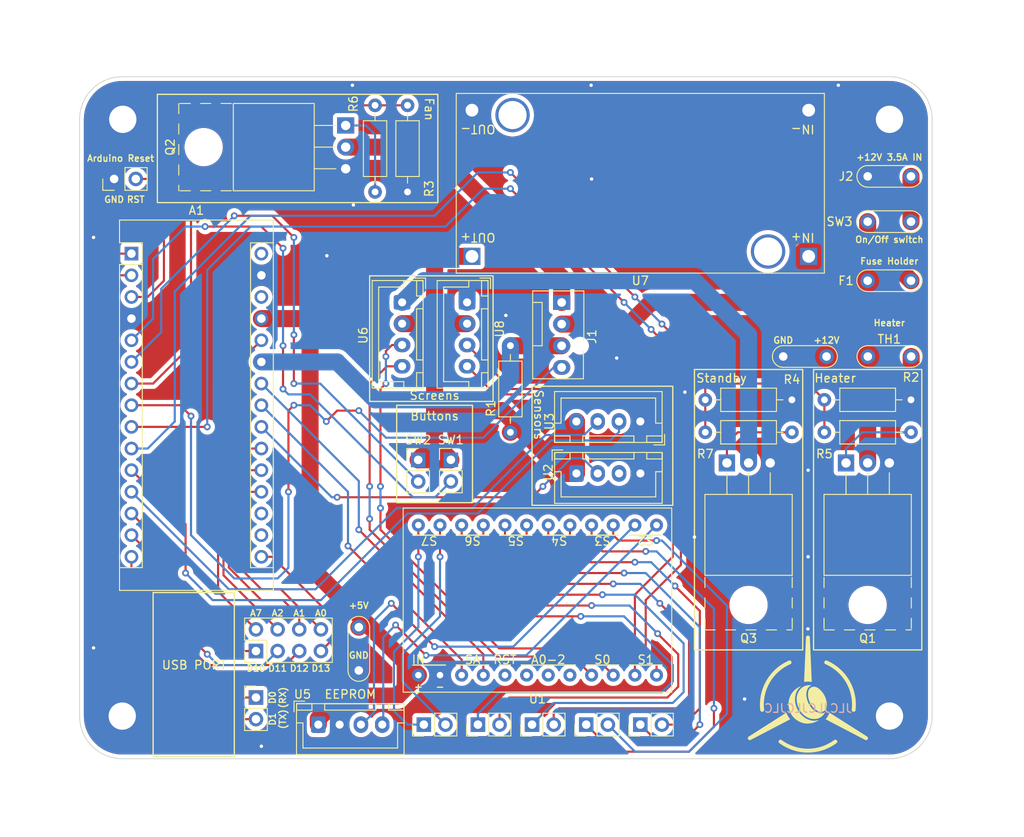
<source format=kicad_pcb>
(kicad_pcb (version 20211014) (generator pcbnew)
  (title_block (title "Filament Dryer") (date "2022-06-21") (rev "3.7") (company "Fuziot Engineering"))
  (layers (0 "F.Cu" signal) (31 "B.Cu" signal) (34 "B.Paste" user) (35 "F.Paste" user) (36 "B.SilkS" user "B.Silkscreen") (37 "F.SilkS" user "F.Silkscreen") (38 "B.Mask" user) (39 "F.Mask" user) (44 "Edge.Cuts" user))
  (net 0 "")
  (net 1 "unconnected-(A1-Pad1)")
  (net 2 "/ControlCircuit/+3V3")
  (net 3 "unconnected-(A1-Pad2)")
  (net 5 "unconnected-(A1-Pad3)")
  (net 6 "unconnected-(A1-Pad19)")
  (net 7 "GND")
  (net 8 "unconnected-(A1-Pad20)")
  (net 9 "/ControlCircuit/INT0")
  (net 10 "unconnected-(A1-Pad21)")
  (net 11 "/ControlCircuit/INT1")
  (net 12 "/ControlCircuit/U2A")
  (net 13 "/ControlCircuit/FanSwitch")
  (net 14 "/ControlCircuit/SDA")
  (net 15 "/ControlCircuit/FanPWM")
  (net 16 "/ControlCircuit/SCL")
  (net 17 "/ControlCircuit/SBSwitch")
  (net 18 "/ControlCircuit/FanTach")
  (net 19 "/ControlCircuit/HeaterSwitch")
  (net 20 "unconnected-(A1-Pad26)")
  (net 21 "/ControlCircuit/LCDAT")
  (net 22 "/ControlCircuit/+5V")
  (net 23 "/ControlCircuit/LCSCK")
  (net 25 "unconnected-(A1-Pad13)")
  (net 26 "unconnected-(A1-Pad14)")
  (net 28 "unconnected-(A1-Pad15)")
  (net 29 "unconnected-(A1-Pad16)")
  (net 30 "Net-(F1-Pad1)")
  (net 31 "/PowerSupply/+12V")
  (net 32 "/ControlCircuit/FanGND")
  (net 33 "Net-(J2-Pad1)")
  (net 34 "/ControlCircuit/HeaterGND")
  (net 35 "GNDSB")
  (net 37 "Net-(U1-Pad9)")
  (net 38 "Net-(U1-Pad13)")
  (net 39 "Net-(U1-Pad14)")
  (net 40 "unconnected-(U1-Pad15)")
  (net 41 "unconnected-(U1-Pad16)")
  (net 42 "unconnected-(U1-Pad17)")
  (net 43 "unconnected-(U1-Pad18)")
  (net 44 "unconnected-(U1-Pad19)")
  (net 45 "unconnected-(U1-Pad20)")
  (net 46 "unconnected-(U1-Pad21)")
  (net 47 "unconnected-(U1-Pad22)")
  (net 48 "unconnected-(U1-Pad23)")
  (net 49 "unconnected-(U1-Pad24)")
  (net 50 "Net-(Q1-Pad1)")
  (net 51 "Net-(Q2-Pad1)")
  (net 52 "Net-(Q3-Pad1)")
  (net 57 "Net-(U1-Pad10)")
  (net 58 "Net-(U1-Pad11)")
  (net 59 "Net-(U1-Pad12)")
  (footprint "Connector_JST:JST_XH_B4B-XH-A_1x04_P2.50mm_Vertical" (layer "F.Cu") (at 163.83 77.47 -90)
    (fp_text reference "U6")
    (fp_text value "OLED")
  )
  (footprint "Resistor_THT:R_Axial_DIN0207_L6.3mm_D2.5mm_P10.16mm_Horizontal" (layer "F.Cu") (at 160.655 54.356 -90)
    (fp_text reference "R6")
    (fp_text value "220")
  )
  (footprint "Package_TO_SOT_THT:TO-220-3_Horizontal_TabUp" (layer "F.Cu") (at 157.21 56.7182 -90)
    (fp_text reference "Q2")
    (fp_text value "IRF540N")
  )
  (footprint "Connector_PinHeader_2.54mm:PinHeader_1x02_P2.54mm_Vertical" (layer "F.Cu") (at 166.375 127 90)
    (fp_text reference "REF**" hide)
    (fp_text value "PinHeader_1x02_P2.54mm_Vertical")
  )
  (footprint "MountingHole:MountingHole_3.2mm_M3_DIN965_Pad" (layer "F.Cu") (at 221 126)
    (fp_text reference "REF**" hide)
    (fp_text value "MountingHole_3.2mm_M3_DIN965_Pad")
  )
  (footprint "Connector_PinHeader_2.54mm:PinHeader_1x02_P2.54mm_Vertical" (layer "F.Cu") (at 172.72 127 90)
    (fp_text reference "REF**" hide)
    (fp_text value "PinHeader_1x02_P2.54mm_Vertical")
  )
  (footprint "Resistor_THT:R_Axial_DIN0207_L6.3mm_D2.5mm_P10.16mm_Horizontal" (layer "F.Cu") (at 199.39 92.71)
    (fp_text reference "R7")
    (fp_text value "220")
  )
  (footprint "Connector_PinHeader_2.54mm:PinHeader_1x02_P2.54mm_Vertical" (layer "F.Cu") (at 169.545 95.9358)
    (fp_text reference "SW1")
    (fp_text value "SW_Push")
  )
  (footprint "Connector:FanPinHeader_1x04_P2.54mm_Vertical" (layer "F.Cu") (at 182.545 77.48 -90)
    (fp_text reference "J1")
    (fp_text value "Conn_01x04")
  )
  (footprint "Connector_JST:JST_XH_B4B-XH-A_1x04_P2.50mm_Vertical" (layer "F.Cu") (at 191.77 91.44 180)
    (fp_text reference "U3")
    (fp_text value "HX711")
  )
  (footprint "Package_TO_SOT_THT:TO-220-3_Horizontal_TabUp" (layer "F.Cu") (at 215.9 96.307)
    (fp_text reference "Q1")
    (fp_text value "IRF540N")
  )
  (footprint "Connector_PinHeader_2.54mm:PinHeader_1x02_P2.54mm_Vertical" (layer "F.Cu") (at 130.048 62.992 90)
    (fp_text reference "REF**" hide)
    (fp_text value "PinHeader_1x02_P2.54mm_Vertical")
  )
  (footprint "MountingHole:MountingHole_3.2mm_M3_DIN965_Pad" (layer "F.Cu") (at 131.064 56)
    (fp_text reference "REF**" hide)
    (fp_text value "MountingHole_3.2mm_M3_DIN965_Pad")
  )
  (footprint "Resistor_THT:R_Axial_DIN0207_L6.3mm_D2.5mm_P10.16mm_Horizontal" (layer "F.Cu") (at 213.36 92.71)
    (fp_text reference "R5")
    (fp_text value "220")
  )
  (footprint "Connector_PinHeader_2.54mm:PinHeader_1x02_P2.54mm_Vertical" (layer "F.Cu") (at 191.77 127 90)
    (fp_text reference "REF**" hide)
    (fp_text value "PinHeader_1x02_P2.54mm_Vertical")
  )
  (footprint "Connector:7A_Connector_2Pin" (layer "F.Cu") (at 211.074 83.82 180)
    (fp_text reference "+5V_GND" hide)
    (fp_text value "")
  )
  (footprint "Module:Arduino_Nano" (layer "F.Cu") (at 132.08 71.755)
    (fp_text reference "A1")
    (fp_text value "Arduino_Nano_v3.x")
  )
  (footprint "I2C:TCA9548A" (layer "F.Cu") (at 179.705 112.395 180)
    (fp_text reference "U1")
    (fp_text value "TCA9548A")
  )
  (footprint "Resistor_THT:R_Axial_DIN0207_L6.3mm_D2.5mm_P10.16mm_Horizontal" (layer "F.Cu") (at 213.36 88.9)
    (fp_text reference "R2")
    (fp_text value "10k")
  )
  (footprint "Connector_PinHeader_2.54mm:PinHeader_1x02_P2.54mm_Vertical" (layer "F.Cu") (at 185.425 127 90)
    (fp_text reference "REF**" hide)
    (fp_text value "PinHeader_1x02_P2.54mm_Vertical")
  )
  (footprint "Connector_JST:JST_XH_B4B-XH-A_1x04_P2.50mm_Vertical" (layer "F.Cu") (at 184.277 97.536)
    (fp_text reference "U2")
    (fp_text value "DHT22")
  )
  (footprint "Resistor_THT:R_Axial_DIN0207_L6.3mm_D2.5mm_P10.16mm_Horizontal" (layer "F.Cu") (at 199.39 88.9)
    (fp_text reference "R4")
    (fp_text value "10k")
  )
  (footprint "Connector_PinHeader_2.54mm:PinHeader_2x04_P2.54mm_Vertical" (layer "F.Cu") (at 146.685 118.369 90)
    (fp_text reference "REF**" hide)
    (fp_text value "PinHeader_2x04_P2.54mm_Vertical")
  )
  (footprint "Connector:7A_Connector_2Pin" (layer "F.Cu") (at 220.98 68 180)
    (fp_text reference "SW3")
    (fp_text value "SW_SPST")
  )
  (footprint "Connector_PinHeader_2.54mm:PinHeader_1x02_P2.54mm_Vertical" (layer "F.Cu") (at 179.07 127 90)
    (fp_text reference "REF**" hide)
    (fp_text value "PinHeader_1x02_P2.54mm_Vertical")
  )
  (footprint "Connector_JST:JST_XH_B4B-XH-A_1x04_P2.50mm_Vertical" (layer "F.Cu") (at 171.45 77.47 -90)
    (fp_text reference "U8")
    (fp_text value "OLED")
  )
  (footprint "Package_TO_SOT_THT:TO-220-3_Horizontal_TabUp" (layer "F.Cu") (at 201.93 96.307)
    (fp_text reference "Q3")
    (fp_text value "IRF540N")
  )
  (footprint "Connector:7A_Connector_2Pin" (layer "F.Cu") (at 221 83.82 180)
    (fp_text reference "TH1")
    (fp_text value "Thermistor_PTC")
  )
  (footprint "MountingHole:MountingHole_3.2mm_M3_DIN965_Pad" (layer "F.Cu") (at 131 126)
    (fp_text reference "REF**" hide)
    (fp_text value "MountingHole_3.2mm_M3_DIN965_Pad")
  )
  (footprint "Resistor_THT:R_Axial_DIN0207_L6.3mm_D2.5mm_P10.16mm_Horizontal" (layer "F.Cu") (at 164.465 54.356 -90)
    (fp_text reference "R3")
    (fp_text value "10k")
  )
  (footprint "Connector:7A_Connector_2Pin" (layer "F.Cu") (at 220.98 74.93 180)
    (fp_text reference "F1")
    (fp_text value "Fuse")
  )
  (footprint "Connector:7A_Connector_2Pin" (layer "F.Cu") (at 220.98 62.69 180)
    (fp_text reference "J2")
    (fp_text value "Barrel_Jack_Switch")
  )
  (footprint "Connector_PinHeader_2.54mm:PinHeader_1x02_P2.54mm_Vertical" (layer "F.Cu") (at 165.715 95.945)
    (fp_text reference "SW2")
    (fp_text value "SW_Push")
  )
  (footprint "Resistor_THT:R_Axial_DIN0207_L6.3mm_D2.5mm_P10.16mm_Horizontal" (layer "F.Cu") (at 176.53 92.71 90)
    (fp_text reference "R1")
    (fp_text value "330")
  )
  (footprint "Connector_PinHeader_2.54mm:PinHeader_1x02_P2.54mm_Vertical" (layer "F.Cu") (at 146.685 123.82)
    (fp_text reference "REF**" hide)
    (fp_text value "PinHeader_1x02_P2.54mm_Vertical")
  )
  (footprint "" (layer "F.Cu") (at 221 56)
    (fp_text reference "" hide)
    (fp_text value "")
  )
  (footprint "Connector_JST:JST_XH_B4B-XH-A_1x04_P2.50mm_Vertical" (layer "F.Cu") (at 154 127)
    (fp_text reference "U5")
    (fp_text value "AT24CXX")
  )
  (footprint "Buck_Converter:LM2596" (layer "F.Cu") (at 191.77 63.5 180)
    (fp_text reference "U7")
    (fp_text value "LM2596S-ADJ-PCB")
  )
  (footprint "Connector:7A_Connector_2Pin" (layer "F.Cu") (at 158.75 118.11 90)
    (fp_text reference "+5V_GND" hide)
    (fp_text value "")
  )
  (gr_line (start 170.18 104.775) (end 173.99 104.775) (layer "F.SilkS") (width 0.15))
  (gr_rect (start 160.02 74.3585) (end 174.498 89.0905) (layer "F.SilkS") (width 0.15) (fill none))
  (gr_poly (pts (xy 204.489625 128.402416) (xy 204.468183 128.417493) (xy 204.449334 128.433694) (xy 204.433004 128.450887) (xy 204.419116 128.468941) (xy 204.407594 128.487726) (xy 204.398364 128.50711) (xy 204.391348 128.526962) (xy 204.386472 128.547151) (xy 204.383661 128.567546) (xy 204.382837 128.588016) (xy 204.383926 128.60843) (xy 204.386853 128.628658) (xy 204.39154 128.648567) (xy 204.397913 128.668027) (xy 204.405897 128.686907) (xy 204.415414 128.705076) (xy 204.426391 128.722403) (xy 204.43875 128.738756) (xy 204.452417 128.754005) (xy 204.467315 128.768019) (xy 204.48337 128.780666) (xy 204.500505 128.791816) (xy 204.518645 128.801338) (xy 204.537714 128.8091) (xy 204.557636 128.814972) (xy 204.578336 128.818822) (xy 204.599738 128.820519) (xy 204.621767 128.819933) (xy 204.644346 128.816932) (xy 204.667401 128.811386) (xy 204.690855 128.803162) (xy 204.714633 128.792131) (xy 209.349725 126.375858) (xy 209.314098 126.331852) (xy 209.279427 126.287142) (xy 209.245722 126.241746) (xy 209.212994 126.195679) (xy 209.18125 126.148958) (xy 209.1505 126.101599) (xy 209.120754 126.053618) (xy 209.09202 126.00503) (xy 209.064309 125.955852) (xy 209.037628 125.9061) (xy 209.011989 125.855791) (xy 208.987399 125.804939) (xy 208.963868 125.753562) (xy 208.941406 125.701675) (xy 208.920022 125.649294) (xy 208.899725 125.596436) (xy 204.489625 128.402416)) (layer "F.SilkS") (width 0.003239) (fill solid))
  (gr_poly (pts (xy 211.092878 126.858423) (xy 210.975016 126.837363) (xy 210.858632 126.810121) (xy 210.743987 126.776864) (xy 210.631343 126.737757) (xy 210.520962 126.692965) (xy 210.413107 126.642654) (xy 210.308038 126.586989) (xy 210.206018 126.526135) (xy 210.107308 126.460258) (xy 210.012172 126.389523) (xy 209.920869 126.314095) (xy 209.833663 126.23414) (xy 209.750816 126.149824) (xy 209.672588 126.061311) (xy 209.599243 125.968766) (xy 209.531041 125.872356) (xy 209.463878 125.765436) (xy 209.40339 125.656346) (xy 209.349513 125.545333) (xy 209.302184 125.432644) (xy 209.261339 125.318524) (xy 209.226913 125.203219) (xy 209.198845 125.086976) (xy 209.17707 124.970041) (xy 209.161525 124.852659) (xy 209.152146 124.735077) (xy 209.14887 124.617542) (xy 209.151632 124.500299) (xy 209.16037 124.383594) (xy 209.17502 124.267673) (xy 209.195519 124.152784) (xy 209.221802 124.039171) (xy 209.253806 123.927081) (xy 209.291468 123.81676) (xy 209.334724 123.708454) (xy 209.38351 123.602409) (xy 209.437764 123.498872) (xy 209.497421 123.398089) (xy 209.562418 123.300305) (xy 209.632691 123.205767) (xy 209.708176 123.114721) (xy 209.788811 123.027413) (xy 209.874532 122.944089) (xy 209.965274 122.864996) (xy 210.060975 122.790379) (xy 210.161571 122.720485) (xy 210.266998 122.655559) (xy 210.377193 122.595849) (xy 210.462361 122.55338) (xy 210.496758 122.536893) (xy 210.525814 122.523597) (xy 210.549617 122.513509) (xy 210.568255 122.506648) (xy 210.581815 122.503033) (xy 210.586718 122.502448) (xy 210.590385 122.502682) (xy 210.592827 122.503736) (xy 210.594053 122.505614) (xy 210.594077 122.508317) (xy 210.592907 122.511847) (xy 210.590556 122.516208) (xy 210.587034 122.5214) (xy 210.576523 122.534292) (xy 210.56146 122.55054) (xy 210.541934 122.570164) (xy 210.489842 122.619612) (xy 210.426524 122.681691) (xy 210.366865 122.746838) (xy 210.310874 122.814913) (xy 210.258559 122.885775) (xy 210.209928 122.959282) (xy 210.164991 123.035293) (xy 210.123755 123.113667) (xy 210.086229 123.194263) (xy 210.052422 123.27694) (xy 210.022341 123.361556) (xy 209.995997 123.447971) (xy 209.973396 123.536043) (xy 209.954548 123.625631) (xy 209.939461 123.716595) (xy 209.928143 123.808792) (xy 209.920604 123.902082) (xy 209.916851 123.996324) (xy 209.916893 124.091376) (xy 209.920739 124.187098) (xy 209.928397 124.283347) (xy 209.939875 124.379984) (xy 209.955183 124.476867) (xy 209.974327 124.573854) (xy 209.997318 124.670805) (xy 210.024164 124.767579) (xy 210.054872 124.864034) (xy 210.089452 124.960029) (xy 210.127913 125.055423) (xy 210.170261 125.150076) (xy 210.216507 125.243844) (xy 210.266658 125.336589) (xy 210.320723 125.428168) (xy 210.356632 125.483437) (xy 210.397359 125.540703) (xy 210.442384 125.599462) (xy 210.491192 125.659208) (xy 210.543264 125.719437) (xy 210.598083 125.779644) (xy 210.65513 125.839323) (xy 210.713888 125.897971) (xy 210.77384 125.955082) (xy 210.834467 126.010152) (xy 210.895253 126.062675) (xy 210.955679 126.112146) (xy 211.015227 126.158062) (xy 211.07338 126.199917) (xy 211.129621 126.237206) (xy 211.183431 126.269424) (xy 211.26515 126.313243) (xy 211.348172 126.353479) (xy 211.432237 126.390082) (xy 211.517085 126.423005) (xy 211.602454 126.452201) (xy 211.688084 126.477619) (xy 211.773716 126.499213) (xy 211.859088 126.516934) (xy 211.943941 126.530734) (xy 212.028013 126.540564) (xy 212.111045 126.546376) (xy 212.192775 126.548123) (xy 212.272944 126.545755) (xy 212.351291 126.539225) (xy 212.427556 126.528485) (xy 212.501478 126.513486) (xy 212.535378 126.505709) (xy 212.567351 126.498804) (xy 212.596673 126.492895) (xy 212.622619 126.488109) (xy 212.644465 126.484571) (xy 212.661485 126.482409) (xy 212.672956 126.481747) (xy 212.676383 126.482019) (xy 212.678152 126.482713) (xy 212.676549 126.488008) (xy 212.672483 126.494212) (xy 212.666063 126.501265) (xy 212.657399 126.509108) (xy 212.633774 126.526924) (xy 212.602483 126.547183) (xy 212.5644 126.569409) (xy 212.520401 126.593125) (xy 212.47136 126.617856) (xy 212.418153 126.643124) (xy 212.361653 126.668454) (xy 212.302737 126.693368) (xy 212.242278 126.717391) (xy 212.181152 126.740046) (xy 212.120233 126.760857) (xy 212.060396 126.779347) (xy 212.002516 126.795039) (xy 211.947468 126.807458) (xy 211.900617 126.818389) (xy 211.850646 126.828421) (xy 211.798039 126.837526) (xy 211.743274 126.845674) (xy 211.629198 126.858988) (xy 211.512264 126.868132) (xy 211.396319 126.872878) (xy 211.285209 126.872995) (xy 211.232669 126.871245) (xy 211.18278 126.868253) (xy 211.136023 126.863988) (xy 211.092879 126.858423) (xy 211.092878 126.858423)) (layer "F.SilkS") (width 0.003239) (fill solid))
  (gr_poly (pts (xy 211.88029 121.992793) (xy 211.65529 116.770544) (xy 211.652944 116.744447) (xy 211.648331 116.720033) (xy 211.641602 116.697303) (xy 211.632907 116.676257) (xy 211.622397 116.656894) (xy 211.610225 116.639216) (xy 211.59654 116.623221) (xy 211.581495 116.608909) (xy 211.56524 116.596281) (xy 211.547927 116.585337) (xy 211.529707 116.576077) (xy 211.510731 116.5685) (xy 211.49115 116.562607) (xy 211.471115 116.558398) (xy 211.450778 116.555872) (xy 211.43029 116.555031) (xy 211.409802 116.555872) (xy 211.389465 116.558398) (xy 211.36943 116.562607) (xy 211.349849 116.5685) (xy 211.330873 116.576077) (xy 211.312653 116.585337) (xy 211.29534 116.596281) (xy 211.279085 116.608909) (xy 211.26404 116.62322) (xy 211.250355 116.639215) (xy 211.238182 116.656894) (xy 211.227673 116.676256) (xy 211.218978 116.697303) (xy 211.212248 116.720032) (xy 211.207635 116.744446) (xy 211.20529 116.770543) (xy 210.98029 121.992793) (xy 211.09227 121.976272) (xy 211.204695 121.96447) (xy 211.317418 121.957389) (xy 211.43029 121.955029) (xy 211.543161 121.957389) (xy 211.655884 121.96447) (xy 211.768309 121.976272) (xy 211.88029 121.992793)) (layer "F.SilkS") (width 0.003239) (fill solid))
  (gr_rect (start 212.09 118.237) (end 224.79 85.344) (layer "F.SilkS") (width 0.15) (fill none))
  (gr_rect (start 163.195 89.535) (end 172.085 100.965) (layer "F.SilkS") (width 0.15) (fill none))
  (gr_rect (start 134.62 111.506) (end 144.145 130.762) (layer "F.SilkS") (width 0.15) (fill none))
  (gr_line (start 190.5 104.775) (end 194.31 104.775) (layer "F.SilkS") (width 0.15))
  (gr_poly (pts (xy 216.571972 125.241287) (xy 216.570227 125.268454) (xy 216.571127 125.294156) (xy 216.574508 125.318376) (xy 216.580208 125.341095) (xy 216.588062 125.362294) (xy 216.59791 125.381955) (xy 216.609586 125.400058) (xy 216.622929 125.416586) (xy 216.637774 125.43152) (xy 216.65396 125.444842) (xy 216.671323 125.456532) (xy 216.6897 125.466572) (xy 216.708928 125.474944) (xy 216.728843 125.481628) (xy 216.749284 125.486607) (xy 216.770086 125.489862) (xy 216.791087 125.491374) (xy 216.812124 125.491124) (xy 216.833033 125.489095) (xy 216.853652 125.485266) (xy 216.873817 125.479621) (xy 216.893366 125.47214) (xy 216.912135 125.462804) (xy 216.929962 125.451595) (xy 216.946683 125.438495) (xy 216.962135 125.423485) (xy 216.976155 125.406545) (xy 216.988581 125.387659) (xy 216.999248 125.366806) (xy 217.007995 125.343969) (xy 217.014658 125.319129) (xy 217.019073 125.292267) (xy 217.052593 124.833015) (xy 217.048782 124.378078) (xy 217.008706 123.929304) (xy 216.933431 123.488538) (xy 216.824024 123.05763) (xy 216.681551 122.638424) (xy 216.507079 122.232768) (xy 216.301673 121.842509) (xy 216.0664 121.469494) (xy 215.802326 121.11557) (xy 215.510518 120.782583) (xy 215.192042 120.472381) (xy 214.847964 120.186811) (xy 214.479351 119.927718) (xy 214.087268 119.696951) (xy 213.672783 119.496356) (xy 213.647278 119.48667) (xy 213.622399 119.479952) (xy 213.598213 119.476051) (xy 213.574785 119.474817) (xy 213.552181 119.476097) (xy 213.530466 119.479742) (xy 213.509707 119.485598) (xy 213.489969 119.493517) (xy 213.471317 119.503346) (xy 213.453818 119.514934) (xy 213.437537 119.52813) (xy 213.42254 119.542783) (xy 213.408893 119.558742) (xy 213.39666 119.575856) (xy 213.385909 119.593973) (xy 213.376704 119.612943) (xy 213.369112 119.632613) (xy 213.363197 119.652835) (xy 213.359027 119.673455) (xy 213.356665 119.694323) (xy 213.356179 119.715287) (xy 213.357634 119.736198) (xy 213.361095 119.756902) (xy 213.366629 119.77725) (xy 213.3743 119.797091) (xy 213.384175 119.816272) (xy 213.39632 119.834643) (xy 213.410799 119.852053) (xy 213.427679 119.868351) (xy 213.447026 119.883385) (xy 213.468905 119.897004) (xy 213.493381 119.909058) (xy 213.686559 119.997756) (xy 213.874708 120.093605) (xy 214.057703 120.196394) (xy 214.235424 120.305911) (xy 214.407746 120.421942) (xy 214.574548 120.544275) (xy 214.735707 120.672698) (xy 214.8911 120.807) (xy 215.040604 120.946966) (xy 215.184098 121.092385) (xy 215.321458 121.243044) (xy 215.452561 121.398732) (xy 215.577286 121.559235) (xy 215.695509 121.724342) (xy 215.807108 121.893839) (xy 215.91196 122.067515) (xy 216.009943 122.245157) (xy 216.100934 122.426552) (xy 216.18481 122.611489) (xy 216.261449 122.799755) (xy 216.330728 122.991137) (xy 216.392524 123.185424) (xy 216.446716 123.382402) (xy 216.493179 123.581859) (xy 216.531792 123.783584) (xy 216.562432 123.987362) (xy 216.584977 124.192983) (xy 216.599303 124.400234) (xy 216.605288 124.608902) (xy 216.60281 124.818776) (xy 216.591745 125.029641) (xy 216.571972 125.241287)) (layer "F.SilkS") (width 0.003239) (fill solid))
  (gr_line (start 175.26 104.775) (end 179.07 104.775) (layer "F.SilkS") (width 0.15))
  (gr_poly (pts (xy 209.367166 119.909077) (xy 209.391631 119.897028) (xy 209.4135 119.883413) (xy 209.432837 119.868382) (xy 209.449709 119.852088) (xy 209.46418 119.834682) (xy 209.476317 119.816313) (xy 209.486185 119.797135) (xy 209.493851 119.777297) (xy 209.499379 119.756951) (xy 209.502836 119.736248) (xy 209.504286 119.715339) (xy 209.503797 119.694376) (xy 209.501433 119.673509) (xy 209.497261 119.65289) (xy 209.491345 119.632669) (xy 209.483752 119.612998) (xy 209.474548 119.594028) (xy 209.463797 119.575911) (xy 209.451567 119.558796) (xy 209.437921 119.542836) (xy 209.422927 119.528182) (xy 209.40665 119.514984) (xy 209.389155 119.503394) (xy 209.370509 119.493563) (xy 209.350777 119.485642) (xy 209.330024 119.479782) (xy 209.308316 119.476135) (xy 209.28572 119.474851) (xy 209.262301 119.476082) (xy 209.238124 119.479979) (xy 209.213255 119.486692) (xy 209.18776 119.496374) (xy 208.977784 119.592786) (xy 208.773276 119.696971) (xy 208.574368 119.8087) (xy 208.381195 119.927741) (xy 208.193889 120.053863) (xy 208.012583 120.186836) (xy 207.837412 120.326428) (xy 207.668507 120.472408) (xy 207.506003 120.624547) (xy 207.350033 120.782613) (xy 207.20073 120.946374) (xy 207.058227 121.115601) (xy 206.922658 121.290062) (xy 206.794156 121.469527) (xy 206.672854 121.653764) (xy 206.558885 121.842543) (xy 206.452384 122.035633) (xy 206.353482 122.232803) (xy 206.262314 122.433822) (xy 206.179012 122.63846) (xy 206.10371 122.846485) (xy 206.036542 123.057667) (xy 205.977639 123.271774) (xy 205.927137 123.488576) (xy 205.885168 123.707842) (xy 205.851865 123.929341) (xy 205.827362 124.152843) (xy 205.811792 124.378116) (xy 205.805288 124.60493) (xy 205.807983 124.833053) (xy 205.820011 125.062255) (xy 205.841506 125.292305) (xy 205.845833 125.319285) (xy 205.852427 125.344234) (xy 205.861122 125.367172) (xy 205.871753 125.388115) (xy 205.884158 125.407085) (xy 205.89817 125.424098) (xy 205.913627 125.439174) (xy 205.930363 125.452332) (xy 205.948214 125.46359) (xy 205.967016 125.472967) (xy 205.986605 125.480482) (xy 206.006816 125.486154) (xy 206.027485 125.490001) (xy 206.048447 125.492042) (xy 206.069538 125.492296) (xy 206.090595 125.490781) (xy 206.111451 125.487516) (xy 206.131944 125.482521) (xy 206.151909 125.475813) (xy 206.171181 125.467412) (xy 206.189596 125.457336) (xy 206.20699 125.445604) (xy 206.223199 125.432234) (xy 206.238058 125.417246) (xy 206.251402 125.400659) (xy 206.263068 125.38249) (xy 206.27289 125.362759) (xy 206.280706 125.341484) (xy 206.28635 125.318684) (xy 206.289657 125.294378) (xy 206.290465 125.268585) (xy 206.288608 125.241323) (xy 206.257768 124.818812) (xy 206.261273 124.40027) (xy 206.298142 123.987399) (xy 206.367393 123.581895) (xy 206.468046 123.185459) (xy 206.599119 122.79979) (xy 206.759632 122.426586) (xy 206.948603 122.067548) (xy 207.165052 121.724374) (xy 207.407998 121.398763) (xy 207.676459 121.092414) (xy 207.969455 120.807027) (xy 208.286005 120.544301) (xy 208.625127 120.305934) (xy 208.985841 120.093627) (xy 209.367166 119.909077)) (layer "F.SilkS") (width 0.003239) (fill solid))
  (gr_poly (pts (xy 211.70032 126.278927) (xy 211.591359 126.242674) (xy 211.485261 126.200591) (xy 211.382104 126.152752) (xy 211.281968 126.099229) (xy 211.184933 126.040094) (xy 211.091076 125.975421) (xy 211.000478 125.90528) (xy 210.913217 125.829746) (xy 210.829374 125.74889) (xy 210.749027 125.662784) (xy 210.672255 125.571501) (xy 210.599138 125.475113) (xy 210.529755 125.373694) (xy 210.464185 125.267315) (xy 210.402508 125.156048) (xy 210.344803 125.039966) (xy 210.302978 124.934564) (xy 210.264987 124.829539) (xy 210.23096 124.724932) (xy 210.201026 124.620782) (xy 210.175314 124.517131) (xy 210.153953 124.414017) (xy 210.137072 124.311481) (xy 210.124801 124.209563) (xy 210.117268 124.108303) (xy 210.114604 124.007742) (xy 210.116938 123.907918) (xy 210.124397 123.808872) (xy 210.137113 123.710645) (xy 210.155213 123.613276) (xy 210.178828 123.516806) (xy 210.208086 123.421274) (xy 210.239837 123.333839) (xy 210.275587 123.249431) (xy 210.315225 123.168164) (xy 210.358643 123.090153) (xy 210.405731 123.015512) (xy 210.456379 122.944357) (xy 210.510478 122.876803) (xy 210.567918 122.812963) (xy 210.62859 122.752954) (xy 210.692384 122.69689) (xy 210.75919 122.644886) (xy 210.8289 122.597057) (xy 210.901404 122.553517) (xy 210.976592 122.514382) (xy 211.054354 122.479767) (xy 211.134582 122.449786) (xy 211.169494 122.438849) (xy 211.207625 122.428551) (xy 211.248416 122.41895) (xy 211.291306 122.410105) (xy 211.381143 122.394913) (xy 211.472655 122.383443) (xy 211.561362 122.376161) (xy 211.603262 122.374235) (xy 211.642782 122.373531) (xy 211.679359 122.374108) (xy 211.712435 122.376022) (xy 211.741448 122.379333) (xy 211.765839 122.384098) (xy 211.836939 122.401995) (xy 211.729797 122.455169) (xy 211.697417 122.472415) (xy 211.665992 122.491515) (xy 211.635541 122.512421) (xy 211.606082 122.535085) (xy 211.577634 122.55946) (xy 211.550213 122.585498) (xy 211.523839 122.613151) (xy 211.49853 122.642372) (xy 211.474303 122.673114) (xy 211.451178 122.705328) (xy 211.429172 122.738966) (xy 211.408304 122.773982) (xy 211.388591 122.810328) (xy 211.370053 122.847955) (xy 211.352706 122.886817) (xy 211.33657 122.926866) (xy 211.321663 122.968053) (xy 211.308002 123.010332) (xy 211.295606 123.053654) (xy 211.284494 123.097972) (xy 211.274683 123.143239) (xy 211.266191 123.189407) (xy 211.259037 123.236428) (xy 211.25324 123.284254) (xy 211.248816 123.332838) (xy 211.245785 123.382132) (xy 211.244165 123.432088) (xy 211.243974 123.48266) (xy 211.245229 123.533799) (xy 211.24795 123.585457) (xy 211.252154 123.637587) (xy 211.25786 123.690142) (xy 211.285887 123.864809) (xy 211.326452 124.037084) (xy 211.3788 124.206) (xy 211.442177 124.370586) (xy 211.515829 124.529875) (xy 211.599001 124.682898) (xy 211.690938 124.828686) (xy 211.790887 124.96627) (xy 211.898093 125.094682) (xy 212.011802 125.212952) (xy 212.131258 125.320113) (xy 212.255708 125.415196) (xy 212.384397 125.497231) (xy 212.516571 125.56525) (xy 212.583729 125.593701) (xy 212.651476 125.618284) (xy 212.719716 125.63888) (xy 212.788356 125.655365) (xy 212.827841 125.662855) (xy 212.867008 125.668753) (xy 212.905795 125.673067) (xy 212.94414 125.675805) (xy 212.981982 125.676974) (xy 213.019258 125.676582) (xy 213.055908 125.674636) (xy 213.091868 125.671143) (xy 213.127077 125.666111) (xy 213.161474 125.659548) (xy 213.194996 125.65146) (xy 213.227581 125.641855) (xy 213.259169 125.63074) (xy 213.289695 125.618124) (xy 213.3191 125.604013) (xy 213.347321 125.588415) (xy 213.36519 125.577974) (xy 213.382302 125.568235) (xy 213.398251 125.55941) (xy 213.412631 125.551712) (xy 213.425037 125.545354) (xy 213.435061 125.540549) (xy 213.442298 125.53751) (xy 213.444744 125.536719) (xy 213.446342 125.536449) (xy 213.446813 125.536618) (xy 213.447074 125.537117) (xy 213.44713 125.537938) (xy 213.446983 125.539074) (xy 213.446103 125.542256) (xy 213.444469 125.546596) (xy 213.442116 125.552029) (xy 213.439078 125.558488) (xy 213.435389 125.565908) (xy 213.431086 125.574223) (xy 213.426202 125.583367) (xy 213.420771 125.593274) (xy 213.408412 125.615112) (xy 213.394285 125.639212) (xy 213.378668 125.665044) (xy 213.343197 125.720438) (xy 213.306201 125.773435) (xy 213.267642 125.824065) (xy 213.22748 125.872359) (xy 213.185679 125.918349) (xy 213.142197 125.962064) (xy 213.096998 126.003536) (xy 213.050042 126.042796) (xy 213.001291 126.079873) (xy 212.950706 126.1148) (xy 212.898248 126.147607) (xy 212.843879 126.178324) (xy 212.78756 126.206983) (xy 212.729252 126.233614) (xy 212.668918 126.258248) (xy 212.606517 126.280916) (xy 212.560169 126.295193) (xy 212.510532 126.307545) (xy 212.458018 126.317974) (xy 212.403037 126.326481) (xy 212.346 126.333066) (xy 212.287316 126.337729) (xy 212.227398 126.340473) (xy 212.166656 126.341298) (xy 212.1055 126.340205) (xy 212.04434 126.337194) (xy 211.983589 126.332267) (xy 211.923656 126.325425) (xy 211.864951 126.316667) (xy 211.807887 126.305996) (xy 211.752872 126.293412) (xy 211.700319 126.278916) (xy 211.70032 126.278927)) (layer "F.SilkS") (width 0.003239) (fill solid))
  (gr_line (start 190.5 120.015) (end 194.31 120.015) (layer "F.SilkS") (width 0.15))
  (gr_line (start 180.34 104.775) (end 184.15 104.775) (layer "F.SilkS") (width 0.15))
  (gr_line (start 165.1 120.015) (end 168.91 120.015) (layer "F.SilkS") (width 0.15))
  (gr_line (start 165.1 104.775) (end 168.91 104.775) (layer "F.SilkS") (width 0.15))
  (gr_line (start 185.42 120.015) (end 189.23 120.015) (layer "F.SilkS") (width 0.15))
  (gr_poly (pts (xy 218.145954 128.792127) (xy 218.169727 128.803141) (xy 218.193175 128.81135) (xy 218.216224 128.816884) (xy 218.238797 128.819875) (xy 218.260819 128.820453) (xy 218.282214 128.818749) (xy 218.302907 128.814894) (xy 218.322822 128.809019) (xy 218.341884 128.801256) (xy 218.360017 128.791734) (xy 218.377145 128.780585) (xy 218.393194 128.767939) (xy 218.408086 128.753928) (xy 218.421748 128.738683) (xy 218.434102 128.722334) (xy 218.445074 128.705013) (xy 218.454588 128.68685) (xy 218.462569 128.667976) (xy 218.46894 128.648522) (xy 218.473627 128.628619) (xy 218.476553 128.608398) (xy 218.477643 128.587989) (xy 218.476822 128.567525) (xy 218.474014 128.547135) (xy 218.469143 128.526951) (xy 218.462134 128.507103) (xy 218.452911 128.487722) (xy 218.441399 128.46894) (xy 218.427522 128.450887) (xy 218.411204 128.433695) (xy 218.39237 128.417493) (xy 218.370945 128.402413) (xy 213.960854 125.596435) (xy 213.940557 125.649293) (xy 213.919172 125.701674) (xy 213.89671 125.753561) (xy 213.87318 125.804938) (xy 213.84859 125.855789) (xy 213.822951 125.906099) (xy 213.796271 125.955851) (xy 213.768559 126.005029) (xy 213.739826 126.053616) (xy 213.710079 126.101598) (xy 213.67933 126.148957) (xy 213.647586 126.195679) (xy 213.614857 126.241745) (xy 213.581153 126.287142) (xy 213.546482 126.331851) (xy 213.510854 126.375858) (xy 218.145954 128.792127)) (layer "F.SilkS") (width 0.003239) (fill solid))
  (gr_poly (pts (xy 208.351732 128.814722) (xy 208.329062 128.799552) (xy 208.306335 128.787415) (xy 208.283649 128.778178) (xy 208.261101 128.771709) (xy 208.23879 128.767875) (xy 208.216814 128.766544) (xy 208.19527 128.767584) (xy 208.174257 128.770861) (xy 208.153872 128.776243) (xy 208.134215 128.783599) (xy 208.115382 128.792794) (xy 208.097472 128.803698) (xy 208.080583 128.816178) (xy 208.064812 128.8301) (xy 208.050259 128.845333) (xy 208.037021 128.861744) (xy 208.025195 128.879201) (xy 208.014881 128.897571) (xy 208.006175 128.916721) (xy 207.999177 128.93652) (xy 207.993984 128.956835) (xy 207.990694 128.977533) (xy 207.989405 128.998481) (xy 207.990216 129.019548) (xy 207.993224 129.040601) (xy 207.998527 129.061508) (xy 208.006223 129.082135) (xy 208.016411 129.102351) (xy 208.029188 129.122023) (xy 208.044652 129.141018) (xy 208.062902 129.159204) (xy 208.084036 129.176449) (xy 208.465 129.435103) (xy 208.860893 129.659269) (xy 209.269581 129.848947) (xy 209.688933 130.004138) (xy 210.116814 130.124842) (xy 210.551093 130.211058) (xy 210.989637 130.262787) (xy 211.430313 130.280028) (xy 211.87099 130.262782) (xy 212.309533 130.211048) (xy 212.743811 130.124827) (xy 213.171691 130.004119) (xy 213.591041 129.848924) (xy 213.999727 129.659241) (xy 214.395617 129.435071) (xy 214.776579 129.176414) (xy 214.797892 129.159189) (xy 214.8163 129.141009) (xy 214.831902 129.122007) (xy 214.844797 129.102317) (xy 214.855085 129.082073) (xy 214.862865 129.061409) (xy 214.868235 129.040457) (xy 214.871294 129.019353) (xy 214.872141 128.99823) (xy 214.870876 128.977221) (xy 214.867597 128.95646) (xy 214.862404 128.936081) (xy 214.855394 128.916219) (xy 214.846668 128.897005) (xy 214.836324 128.878575) (xy 214.824462 128.861062) (xy 214.81118 128.8446) (xy 214.796576 128.829322) (xy 214.780751 128.815363) (xy 214.763804 128.802855) (xy 214.745832 128.791933) (xy 214.726936 128.782731) (xy 214.707213 128.775382) (xy 214.686764 128.77002) (xy 214.665687 128.766779) (xy 214.644081 128.765792) (xy 214.622045 128.767194) (xy 214.599678 128.771117) (xy 214.577079 128.777697) (xy 214.554347 128.787065) (xy 214.531581 128.799358) (xy 214.50888 128.814707) (xy 214.158393 129.052671) (xy 213.794172 129.258907) (xy 213.41818 129.433415) (xy 213.032377 129.576194) (xy 212.638726 129.687244) (xy 212.239189 129.766566) (xy 211.835729 129.81416) (xy 211.430306 129.830025) (xy 211.024883 129.814162) (xy 210.621423 129.76657) (xy 210.221886 129.68725) (xy 209.828235 129.576201) (xy 209.442432 129.433424) (xy 209.06644 129.258918) (xy 208.702219 129.052684) (xy 208.351732 128.814722)) (layer "F.SilkS") (width 0.003239) (fill solid))
  (gr_line (start 185.42 104.775) (end 189.23 104.775) (layer "F.SilkS") (width 0.15))
  (gr_line (start 170.18 120.015) (end 173.99 120.015) (layer "F.SilkS") (width 0.15))
  (gr_line (start 177.8 120.015) (end 184.15 120.015) (layer "F.SilkS") (width 0.15))
  (gr_rect (start 135.12 53.0682) (end 168.021 65.7682) (layer "F.SilkS") (width 0.15) (fill none))
  (gr_line (start 175.26 120.015) (end 176.53 120.015) (layer "F.SilkS") (width 0.15))
  (gr_poly (pts (xy 212.818101 125.483078) (xy 212.781117 125.474466) (xy 212.74234 125.46297) (xy 212.702019 125.448742) (xy 212.660403 125.431928) (xy 212.61774 125.41268) (xy 212.57428 125.391145) (xy 212.530271 125.367473) (xy 212.485962 125.341813) (xy 212.441601 125.314314) (xy 212.397438 125.285126) (xy 212.35372 125.254397) (xy 212.310698 125.222278) (xy 212.268618 125.188915) (xy 212.227731 125.15446) (xy 212.188285 125.119061) (xy 212.150528 125.082868) (xy 212.068958 124.997984) (xy 211.991843 124.909715) (xy 211.919294 124.818313) (xy 211.851421 124.724033) (xy 211.788336 124.627128) (xy 211.730148 124.527851) (xy 211.676969 124.426456) (xy 211.62891 124.323196) (xy 211.58608 124.218326) (xy 211.548591 124.112098) (xy 211.516554 124.004767) (xy 211.490079 123.896585) (xy 211.469277 123.787807) (xy 211.454259 123.678686) (xy 211.445135 123.569475) (xy 211.442016 123.460429) (xy 211.442715 123.405303) (xy 211.444811 123.350299) (xy 211.448199 123.296447) (xy 211.452774 123.24478) (xy 211.45843 123.196326) (xy 211.465065 123.152117) (xy 211.472572 123.113183) (xy 211.480848 123.080555) (xy 211.493145 123.041856) (xy 211.506704 123.004517) (xy 211.521497 122.968554) (xy 211.537496 122.933982) (xy 211.554674 122.900815) (xy 211.573003 122.869071) (xy 211.592455 122.838763) (xy 211.613001 122.809907) (xy 211.634616 122.78252) (xy 211.657269 122.756615) (xy 211.680935 122.732209) (xy 211.705584 122.709316) (xy 211.731189 122.687953) (xy 211.757723 122.668134) (xy 211.785158 122.649875) (xy 211.813465 122.633191) (xy 211.842617 122.618098) (xy 211.872587 122.604611) (xy 211.903346 122.592746) (xy 211.934866 122.582517) (xy 211.967121 122.573941) (xy 212.000081 122.567031) (xy 212.033719 122.561805) (xy 212.068008 122.558277) (xy 212.10292 122.556463) (xy 212.138426 122.556378) (xy 212.1745 122.558037) (xy 212.211113 122.561456) (xy 212.248237 122.56665) (xy 212.285845 122.573634) (xy 212.323909 122.582425) (xy 212.3624 122.593036) (xy 212.398452 122.604844) (xy 212.435014 122.618909) (xy 212.472023 122.635162) (xy 212.509412 122.653533) (xy 212.585073 122.696353) (xy 212.661473 122.746813) (xy 212.738092 122.804357) (xy 212.814406 122.86843) (xy 212.889893 122.938476) (xy 212.964033 123.01394) (xy 213.036302 123.094267) (xy 213.106178 123.178899) (xy 213.173139 123.267283) (xy 213.236663 123.358862) (xy 213.296228 123.45308) (xy 213.351313 123.549383) (xy 213.401393 123.647214) (xy 213.445948 123.746019) (xy 213.474066 123.813325) (xy 213.501926 123.885473) (xy 213.528968 123.961995) (xy 213.554628 124.042425) (xy 213.578342 124.126298) (xy 213.599549 124.213147) (xy 213.617686 124.302507) (xy 213.632189 124.393911) (xy 213.642497 124.486894) (xy 213.648045 124.580989) (xy 213.648272 124.675731) (xy 213.642614 124.770654) (xy 213.630509 124.865291) (xy 213.621863 124.912357) (xy 213.611394 124.959177) (xy 213.599032 125.005693) (xy 213.584707 125.051846) (xy 213.568347 125.097578) (xy 213.549883 125.142831) (xy 213.531159 125.175447) (xy 213.511999 125.206238) (xy 213.492353 125.235249) (xy 213.47217 125.262525) (xy 213.451397 125.288109) (xy 213.429985 125.312046) (xy 213.40788 125.33438) (xy 213.385033 125.355154) (xy 213.361392 125.374414) (xy 213.336906 125.392203) (xy 213.311523 125.408565) (xy 213.285192 125.423544) (xy 213.257863 125.437186) (xy 213.229482 125.449533) (xy 213.2 125.46063) (xy 213.169366 125.47052) (xy 213.118913 125.48494) (xy 213.09659 125.490695) (xy 213.075751 125.495495) (xy 213.056058 125.499353) (xy 213.037171 125.502281) (xy 213.018751 125.504292) (xy 213.000461 125.505397) (xy 212.981959 125.505608) (xy 212.962909 125.504938) (xy 212.942971 125.503399) (xy 212.921806 125.501002) (xy 212.899075 125.497761) (xy 212.87444 125.493687) (xy 212.818101 125.483089) (xy 212.818101 125.483078)) (layer "F.SilkS") (width 0.003239) (fill solid))
  (gr_rect (start 198.12 118.237) (end 210.82 85.344) (layer "F.SilkS") (width 0.15) (fill none))
  (gr_rect (start 195.58 87.3075) (end 179.07 101.2775) (layer "F.SilkS") (width 0.15) (fill none))
  (gr_line (start 221 131) (end 131 131) (layer "Edge.Cuts") (width 0.1))
  (gr_arc (start 226 126) (mid 224.535534 129.535534) (end 221 131) (layer "Edge.Cuts") (width 0.1))
  (gr_line (start 126 56) (end 126 126) (layer "Edge.Cuts") (width 0.1))
  (gr_arc (start 126 56) (mid 127.464466 52.464466) (end 131 51) (layer "Edge.Cuts") (width 0.1))
  (gr_line (start 221 51) (end 131 51) (layer "Edge.Cuts") (width 0.1))
  (gr_arc (start 221 51) (mid 224.535534 52.464466) (end 226 56) (layer "Edge.Cuts") (width 0.1))
  (gr_arc (start 131 131) (mid 127.464466 129.535534) (end 126 126) (layer "Edge.Cuts") (width 0.1))
  (gr_line (start 226 56) (end 226 126) (layer "Edge.Cuts") (width 0.1))
  (gr_text "JLCJLCJLCJLC" (at 211.455 125.095) (layer "B.SilkS") (effects (font (size 1 1)) (justify mirror)))
  (gr_text "On/Off switch" (at 220.98 70.104) (layer "F.SilkS") (effects (font (size 0.75 0.75))))
  (gr_text "S3" (at 187.325 105.41 180) (layer "F.SilkS") (effects (font (size 1 1))))
  (gr_text "A0" (at 154.305 113.919) (layer "F.SilkS") (effects (font (size 0.75 0.75))))
  (gr_text "Standby" (at 201.295 86.36) (layer "F.SilkS") (effects (font (size 1 1))))
  (gr_text "EEPROM" (at 157.75 123.444) (layer "F.SilkS") (effects (font (size 1 1))))
  (gr_text "Arduino Reset" (at 130.81 60.579) (layer "F.SilkS") (effects (font (size 0.75 0.75))))
  (gr_text "RST" (at 132.588 65.405) (layer "F.SilkS") (effects (font (size 0.75 0.75))))
  (gr_text "GND" (at 208.534 81.915) (layer "F.SilkS") (effects (font (size 0.75 0.75))))
  (gr_text "S6" (at 172.085 105.41 180) (layer "F.SilkS") (effects (font (size 1 1))))
  (gr_text "D1\n(TX)" (at 149.225 126.365 90) (layer "F.SilkS") (effects (font (size 0.75 0.75))))
  (gr_text "S4" (at 182.245 105.41 180) (layer "F.SilkS") (effects (font (size 1 1))))
  (gr_text "-" (at 168.275 122.555) (layer "F.SilkS") (effects (font (size 0.8 0.8))))
  (gr_text "Buttons" (at 167.64 90.805) (layer "F.SilkS") (effects (font (size 1 1))))
  (gr_text "SA" (at 172.085 119.38) (layer "F.SilkS") (effects (font (size 1 1))))
  (gr_text "+12V 3.5A IN" (at 220.98 60.452) (layer "F.SilkS") (effects (font (size 0.75 0.75))))
  (gr_text "D13" (at 154.305 120.396) (layer "F.SilkS") (effects (font (size 0.75 0.75))))
  (gr_text "Heater" (at 214.63 86.36) (layer "F.SilkS") (effects (font (size 1 1))))
  (gr_text "S2" (at 192.405 105.41 180) (layer "F.SilkS") (effects (font (size 1 1))))
  (gr_text "S1" (at 192.405 119.38) (layer "F.SilkS") (effects (font (size 1 1))))
  (gr_text "+12V" (at 213.614 81.915) (layer "F.SilkS") (effects (font (size 0.75 0.75))))
  (gr_text "S0" (at 187.325 119.38) (layer "F.SilkS") (effects (font (size 1 1))))
  (gr_text "A7" (at 146.685 113.919) (layer "F.SilkS") (effects (font (size 0.75 0.75))))
  (gr_text "Heater" (at 220.98 79.883) (layer "F.SilkS") (effects (font (size 0.75 0.75))))
  (gr_text "Fuse Holder" (at 220.98 72.644) (layer "F.SilkS") (effects (font (size 0.75 0.75))))
  (gr_text "IN" (at 165.735 119.38) (layer "F.SilkS") (effects (font (size 1 1))))
  (gr_text "GND" (at 158.75 118.872) (layer "F.SilkS") (effects (font (size 0.75 0.75))))
  (gr_text "D0\n(RX)" (at 149.225 123.825 90) (layer "F.SilkS") (effects (font (size 0.75 0.75))))
  (gr_text "Sensors" (at 179.832 87.63 270) (layer "F.SilkS") (effects (font (size 1 1)) (justify left)))
  (gr_text "D11" (at 149.225 120.396) (layer "F.SilkS") (effects (font (size 0.75 0.75))))
  (gr_text "A1" (at 151.765 113.919) (layer "F.SilkS") (effects (font (size 0.75 0.75))))
  (gr_text "S7" (at 167.005 105.41 180) (layer "F.SilkS") (effects (font (size 1 1))))
  (gr_text "+5V" (at 158.75 113.03) (layer "F.SilkS") (effects (font (size 0.75 0.75))))
  (gr_text "D12" (at 151.765 120.396) (layer "F.SilkS") (effects (font (size 0.75 0.75))))
  (gr_text "+" (at 165.735 122.555) (layer "F.SilkS") (effects (font (size 0.8 0.8))))
  (gr_text "Fan" (at 167.005 54.8132 270) (layer "F.SilkS") (effects (font (size 1 1))))
  (gr_text "Screens" (at 167.64 88.392) (layer "F.SilkS") (effects (font (size 1 1))))
  (gr_text "GND" (at 130.048 65.405) (layer "F.SilkS") (effects (font (size 0.75 0.75))))
  (gr_text "D10" (at 146.685 120.396) (layer "F.SilkS") (effects (font (size 0.75 0.75))))
  (gr_text "RST" (at 175.895 119.38) (layer "F.SilkS") (effects (font (size 1 1))))
  (gr_text "A2" (at 149.225 113.919) (layer "F.SilkS") (effects (font (size 0.75 0.75))))
  (gr_text "A0-2" (at 180.975 119.38) (layer "F.SilkS") (effects (font (size 1 1))))
  (gr_text "USB PORT" (at 139.446 120.015) (layer "F.SilkS") (effects (font (size 1 1))))
  (gr_text "S5" (at 177.165 105.41 180) (layer "F.SilkS") (effects (font (size 1 1))))
  (segment (start 128.27 72.39) (end 128.27 111.76) (width 0.25) (layer "F.Cu") (net 1))
  (segment (start 128.905 71.755) (end 128.27 72.39) (width 0.25) (layer "F.Cu") (net 1))
  (segment (start 132.08 71.755) (end 128.905 71.755) (width 0.25) (layer "F.Cu") (net 1))
  (segment (start 128.27 111.76) (end 142.87 126.36) (width 0.25) (layer "F.Cu") (net 1))
  (segment (start 142.87 126.36) (end 146.685 126.36) (width 0.25) (layer "F.Cu") (net 1))
  (segment (start 132.08 74.295) (end 129.54 74.295) (width 0.25) (layer "F.Cu") (net 3))
  (segment (start 128.905 74.93) (end 128.905 111.125) (width 0.25) (layer "F.Cu") (net 3))
  (segment (start 141.6 123.82) (end 146.685 123.82) (width 0.25) (layer "F.Cu") (net 3))
  (segment (start 128.905 111.125) (end 141.6 123.82) (width 0.25) (layer "F.Cu") (net 3))
  (segment (start 129.54 74.295) (end 128.905 74.93) (width 0.25) (layer "F.Cu") (net 3))
  (segment (start 135.128 62.992) (end 135.89 63.754) (width 0.25) (layer "F.Cu") (net 5))
  (segment (start 135.89 74.93) (end 135.89 63.754) (width 0.25) (layer "F.Cu") (net 5))
  (segment (start 132.08 76.835) (end 133.985 76.835) (width 0.25) (layer "F.Cu") (net 5))
  (segment (start 132.588 62.992) (end 135.128 62.992) (width 0.25) (layer "F.Cu") (net 5))
  (segment (start 133.985 76.835) (end 135.89 74.93) (width 0.25) (layer "F.Cu") (net 5))
  (segment (start 144.145 107.95) (end 144.145 100.33) (width 0.25) (layer "F.Cu") (net 6))
  (segment (start 144.78 99.695) (end 147.32 99.695) (width 0.25) (layer "F.Cu") (net 6))
  (segment (start 144.145 100.33) (end 144.78 99.695) (width 0.25) (layer "F.Cu") (net 6))
  (segment (start 149.601 111.125) (end 147.32 111.125) (width 0.25) (layer "F.Cu") (net 6))
  (segment (start 147.32 111.125) (end 144.145 107.95) (width 0.25) (layer "F.Cu") (net 6))
  (segment (start 154.305 115.829) (end 149.601 111.125) (width 0.25) (layer "F.Cu") (net 6))
  (via (at 158.115 66.04) (size 0.8) (drill 0.4) (layers "F.Cu" "B.Cu") (net 7))
  (via (at 211.4296 115.7732) (size 0.8) (drill 0.4) (layers "F.Cu" "B.Cu") (net 7))
  (via (at 186.055 63) (size 0.8) (drill 0.4) (layers "F.Cu" "B.Cu") (net 7))
  (via (at 211.455 107.315) (size 0.8) (drill 0.4) (layers "F.Cu" "B.Cu") (net 7))
  (via (at 186 52) (size 0.8) (drill 0.4) (layers "F.Cu" "B.Cu") (net 7))
  (via (at 155 72) (size 0.8) (drill 0.4) (layers "F.Cu" "B.Cu") (net 7))
  (via (at 211.455 97.155) (size 0.8) (drill 0.4) (layers "F.Cu" "B.Cu") (net 7))
  (via (at 204 124) (size 0.8) (drill 0.4) (layers "F.Cu" "B.Cu") (net 7))
  (via (at 127.635 69.85) (size 0.8) (drill 0.4) (layers "F.Cu" "B.Cu") (net 7))
  (via (at 197 88) (size 0.8) (drill 0.4) (layers "F.Cu" "B.Cu") (net 7))
  (via (at 158 52) (size 0.8) (drill 0.4) (layers "F.Cu" "B.Cu") (net 7))
  (via (at 176 79) (size 0.8) (drill 0.4) (layers "F.Cu" "B.Cu") (net 7))
  (via (at 189 84) (size 0.8) (drill 0.4) (layers "F.Cu" "B.Cu") (net 7))
  (via (at 147.32 129.54) (size 0.8) (drill 0.4) (layers "F.Cu" "B.Cu") (net 7))
  (via (at 127.635 118) (size 0.8) (drill 0.4) (layers "F.Cu" "B.Cu") (net 7))
  (via (at 198.12 105) (size 0.8) (drill 0.4) (layers "F.Cu" "B.Cu") (net 7))
  (via (at 215 52) (size 0.8) (drill 0.4) (layers "F.Cu" "B.Cu") (net 7))
  (segment (start 147.32 112.395) (end 149.86 112.395) (width 0.25) (layer "F.Cu") (net 8))
  (segment (start 143.51 98.425) (end 143.51 108.585) (width 0.25) (layer "F.Cu") (net 8))
  (segment (start 144.78 97.155) (end 143.51 98.425) (width 0.25) (layer "F.Cu") (net 8))
  (segment (start 143.51 108.585) (end 147.32 112.395) (width 0.25) (layer "F.Cu") (net 8))
  (segment (start 151.765 114.3) (end 151.765 115.829) (width 0.25) (layer "F.Cu") (net 8))
  (segment (start 149.86 112.395) (end 151.765 114.3) (width 0.25) (layer "F.Cu") (net 8))
  (segment (start 147.32 97.155) (end 144.78 97.155) (width 0.25) (layer "F.Cu") (net 8))
  (segment (start 149.86 82.55) (end 149.86 87.63) (width 0.25) (layer "F.Cu") (net 9))
  (segment (start 140.716 68.58) (end 147.32 68.58) (width 0.25) (layer "F.Cu") (net 9))
  (segment (start 147.32 68.58) (end 149.86 71.12) (width 0.25) (layer "F.Cu") (net 9))
  (via (at 149.86 87.63) (size 0.8) (drill 0.4) (layers "F.Cu" "B.Cu") (net 9))
  (via (at 149.86 71.12) (size 0.8) (drill 0.4) (layers "F.Cu" "B.Cu") (net 9))
  (via (at 149.86 82.55) (size 0.8) (drill 0.4) (layers "F.Cu" "B.Cu") (net 9))
  (via (at 140.716 68.58) (size 0.8) (drill 0.4) (layers "F.Cu" "B.Cu") (net 9))
  (segment (start 138.43 68.58) (end 134.62 72.39) (width 0.25) (layer "B.Cu") (net 9))
  (segment (start 169.545 98.4758) (end 167.6908 100.33) (width 0.25) (layer "B.Cu") (net 9))
  (segment (start 134.62 79.375) (end 132.08 81.915) (width 0.25) (layer "B.Cu") (net 9))
  (segment (start 134.62 72.39) (end 134.62 79.375) (width 0.25) (layer "B.Cu") (net 9))
  (segment (start 149.86 82.55) (end 149.86 71.12) (width 0.25) (layer "B.Cu") (net 9))
  (segment (start 153.035 88.265) (end 150.495 88.265) (width 0.25) (layer "B.Cu") (net 9))
  (segment (start 165.1 100.33) (end 153.035 88.265) (width 0.25) (layer "B.Cu") (net 9))
  (segment (start 140.716 68.58) (end 138.43 68.58) (width 0.25) (layer "B.Cu") (net 9))
  (segment (start 167.6908 100.33) (end 165.1 100.33) (width 0.25) (layer "B.Cu") (net 9))
  (segment (start 150.495 88.265) (end 149.86 87.63) (width 0.25) (layer "B.Cu") (net 9))
  (segment (start 142.875 109.479) (end 149.225 115.829) (width 0.25) (layer "F.Cu") (net 10))
  (segment (start 142.875 95.25) (end 142.875 109.479) (width 0.25) (layer "F.Cu") (net 10))
  (segment (start 147.32 94.615) (end 143.51 94.615) (width 0.25) (layer "F.Cu") (net 10))
  (segment (start 143.51 94.615) (end 142.875 95.25) (width 0.25) (layer "F.Cu") (net 10))
  (segment (start 151.13 69.85) (end 148.59 67.31) (width 0.25) (layer "F.Cu") (net 11))
  (segment (start 148.59 67.31) (end 144.145 67.31) (width 0.25) (layer "F.Cu") (net 11))
  (segment (start 151.13 86.995) (end 151.13 81.28) (width 0.25) (layer "F.Cu") (net 11))
  (via (at 151.13 81.28) (size 0.8) (drill 0.4) (layers "F.Cu" "B.Cu") (net 11))
  (via (at 151.13 69.85) (size 0.8) (drill 0.4) (layers "F.Cu" "B.Cu") (net 11))
  (via (at 151.13 86.995) (size 0.8) (drill 0.4) (layers "F.Cu" "B.Cu") (net 11))
  (via (at 144.145 67.31) (size 0.8) (drill 0.4) (layers "F.Cu" "B.Cu") (net 11))
  (segment (start 151.13 81.28) (end 151.13 69.85) (width 0.25) (layer "B.Cu") (net 11))
  (segment (start 135.5725 80.9625) (end 132.08 84.455) (width 0.25) (layer "B.Cu") (net 11))
  (segment (start 144.145 67.31) (end 135.5725 75.8825) (width 0.25) (layer "B.Cu") (net 11))
  (segment (start 154.225 86.995) (end 151.13 86.995) (width 0.25) (layer "B.Cu") (net 11))
  (segment (start 135.5725 75.8825) (end 135.5725 76.5175) (width 0.25) (layer "B.Cu") (net 11))
  (segment (start 135.5725 76.5175) (end 135.5725 80.9625) (width 0.25) (layer "B.Cu") (net 11))
  (segment (start 165.715 98.485) (end 154.225 86.995) (width 0.25) (layer "B.Cu") (net 11))
  (segment (start 179.07 100.33) (end 180.34 99.06) (width 0.25) (layer "F.Cu") (net 12))
  (segment (start 156.21 100.33) (end 179.07 100.33) (width 0.25) (layer "F.Cu") (net 12))
  (via (at 156.21 100.33) (size 0.8) (drill 0.4) (layers "F.Cu" "B.Cu") (net 12))
  (via (at 180.34 99.06) (size 0.8) (drill 0.4) (layers "F.Cu" "B.Cu") (net 12))
  (segment (start 180.34 99.06) (end 183.642 95.758) (width 0.25) (layer "B.Cu") (net 12))
  (segment (start 156.21 100.33) (end 155.575 100.33) (width 0.25) (layer "B.Cu") (net 12))
  (segment (start 184.999 95.758) (end 186.777 97.536) (width 0.25) (layer "B.Cu") (net 12))
  (segment (start 183.642 95.758) (end 184.999 95.758) (width 0.25) (layer "B.Cu") (net 12))
  (segment (start 155.575 100.33) (end 147.32 92.075) (width 0.25) (layer "B.Cu") (net 12))
  (segment (start 164.465 54.356) (end 160.655 54.356) (width 0.25) (layer "F.Cu") (net 13))
  (segment (start 134.62 86.995) (end 132.08 86.995) (width 0.25) (layer "F.Cu") (net 13))
  (segment (start 139.065 82.55) (end 134.62 86.995) (width 0.25) (layer "F.Cu") (net 13))
  (segment (start 139.065 66.929) (end 139.065 82.55) (width 0.25) (layer "F.Cu") (net 13))
  (segment (start 151.638 54.356) (end 139.065 66.929) (width 0.25) (layer "F.Cu") (net 13))
  (segment (start 160.655 54.356) (end 151.638 54.356) (width 0.25) (layer "F.Cu") (net 13))
  (segment (start 170.815 119.38) (end 157.48 106.045) (width 0.25) (layer "F.Cu") (net 14))
  (segment (start 170.815 121.195) (end 170.815 119.38) (width 0.25) (layer "F.Cu") (net 14))
  (via (at 157.48 106.045) (size 0.8) (drill 0.4) (layers "F.Cu" "B.Cu") (net 14))
  (segment (start 147.32 89.535) (end 157.48 99.695) (width 0.25) (layer "B.Cu") (net 14))
  (segment (start 157.48 99.695) (end 157.48 106.045) (width 0.25) (layer "B.Cu") (net 14))
  (segment (start 132.08 89.535) (end 137.795 89.535) (width 0.25) (layer "F.Cu") (net 15))
  (segment (start 151.13 89.535) (end 150.495 90.17) (width 0.25) (layer "F.Cu") (net 15))
  (segment (start 150.495 90.17) (end 150.495 99.695) (width 0.25) (layer "F.Cu") (net 15))
  (segment (start 158.75 90.17) (end 156.21 90.17) (width 0.25) (layer "F.Cu") (net 15))
  (segment (start 156.21 90.17) (end 154.94 91.44) (width 0.25) (layer "F.Cu") (net 15))
  (segment (start 137.795 89.535) (end 139.065 90.805) (width 0.25) (layer "F.Cu") (net 15))
  (via (at 158.75 90.17) (size 0.8) (drill 0.4) (layers "F.Cu" "B.Cu") (net 15))
  (via (at 151.13 89.535) (size 0.8) (drill 0.4) (layers "F.Cu" "B.Cu") (net 15))
  (via (at 139.065 90.805) (size 0.8) (drill 0.4) (layers "F.Cu" "B.Cu") (net 15))
  (via (at 154.94 91.44) (size 0.8) (drill 0.4) (layers "F.Cu" "B.Cu") (net 15))
  (via (at 150.495 99.695) (size 0.8) (drill 0.4) (layers "F.Cu" "B.Cu") (net 15))
  (segment (start 139.065 104.775) (end 144.145 109.855) (width 0.25) (layer "B.Cu") (net 15))
  (segment (start 173.355 93.345) (end 161.925 93.345) (width 0.25) (layer "B.Cu") (net 15))
  (segment (start 182.545 85.1) (end 181.6 85.1) (width 0.25) (layer "B.Cu") (net 15))
  (segment (start 150.495 108.585) (end 150.495 99.695) (width 0.25) (layer "B.Cu") (net 15))
  (segment (start 144.145 109.855) (end 149.225 109.855) (width 0.25) (layer "B.Cu") (net 15))
  (segment (start 139.065 90.805) (end 139.065 104.775) (width 0.25) (layer "B.Cu") (net 15))
  (segment (start 161.925 93.345) (end 158.75 90.17) (width 0.25) (layer "B.Cu") (net 15))
  (segment (start 149.225 109.855) (end 150.495 108.585) (width 0.25) (layer "B.Cu") (net 15))
  (segment (start 153.035 89.535) (end 154.94 91.44) (width 0.25) (layer "B.Cu") (net 15))
  (segment (start 151.13 89.535) (end 153.035 89.535) (width 0.25) (layer "B.Cu") (net 15))
  (segment (start 181.6 85.1) (end 173.355 93.345) (width 0.25) (layer "B.Cu") (net 15))
  (segment (start 173.355 118.745) (end 158.75 104.14) (width 0.25) (layer "F.Cu") (net 16))
  (segment (start 173.355 121.195) (end 173.355 118.745) (width 0.25) (layer "F.Cu") (net 16))
  (via (at 158.75 104.14) (size 0.8) (drill 0.4) (layers "F.Cu" "B.Cu") (net 16))
  (segment (start 158.75 98.425) (end 147.32 86.995) (width 0.25) (layer "B.Cu") (net 16))
  (segment (start 158.75 104.14) (end 158.75 98.425) (width 0.25) (layer "B.Cu") (net 16))
  (segment (start 199.39 86.995) (end 199.39 88.9) (width 0.25) (layer "F.Cu") (net 17))
  (segment (start 140.97 92.075) (end 132.08 92.075) (width 0.25) (layer "F.Cu") (net 17))
  (segment (start 189.865 77.47) (end 188.595 76.2) (width 0.25) (layer "F.Cu") (net 17))
  (segment (start 193.04 80.645) (end 199.39 86.995) (width 0.25) (layer "F.Cu") (net 17))
  (segment (start 199.39 88.9) (end 199.39 92.71) (width 0.25) (layer "F.Cu") (net 17))
  (segment (start 176.53 64.135) (end 188.595 76.2) (width 0.25) (layer "F.Cu") (net 17))
  (via (at 176.53 64.135) (size 0.8) (drill 0.4) (layers "F.Cu" "B.Cu") (net 17))
  (via (at 140.97 92.075) (size 0.8) (drill 0.4) (layers "F.Cu" "B.Cu") (net 17))
  (via (at 193.04 80.645) (size 0.8) (drill 0.4) (layers "F.Cu" "B.Cu") (net 17))
  (via (at 189.865 77.47) (size 0.8) (drill 0.4) (layers "F.Cu" "B.Cu") (net 17))
  (segment (start 173.355 64.135) (end 168.91 68.58) (width 0.25) (layer "B.Cu") (net 17))
  (segment (start 168.91 68.58) (end 146.05 68.58) (width 0.25) (layer "B.Cu") (net 17))
  (segment (start 140.97 92.075) (end 140.97 73.66) (width 0.25) (layer "B.Cu") (net 17))
  (segment (start 140.97 73.66) (end 142.875 71.755) (width 0.25) (layer "B.Cu") (net 17))
  (segment (start 146.05 68.58) (end 142.875 71.755) (width 0.25) (layer "B.Cu") (net 17))
  (segment (start 176.53 64.135) (end 173.355 64.135) (width 0.25) (layer "B.Cu") (net 17))
  (segment (start 189.865 77.47) (end 193.04 80.645) (width 0.25) (layer "B.Cu") (net 17))
  (segment (start 182.545 82.56) (end 176.54 82.56) (width 2) (layer "F.Cu") (net 18))
  (segment (start 176.54 82.56) (end 176.53 82.55) (width 2) (layer "F.Cu") (net 18))
  (segment (start 176.53 86.36) (end 176.53 82.55) (width 2) (layer "B.Cu") (net 18))
  (segment (start 173.99 88.9) (end 176.53 86.36) (width 2) (layer "B.Cu") (net 18))
  (segment (start 147.32 84.455) (end 156.21 84.455) (width 2) (layer "B.Cu") (net 18))
  (segment (start 160.655 88.9) (end 173.99 88.9) (width 2) (layer "B.Cu") (net 18))
  (segment (start 156.21 84.455) (end 160.655 88.9) (width 2) (layer "B.Cu") (net 18))
  (segment (start 191.135 76.835) (end 176.53 62.23) (width 0.25) (layer "F.Cu") (net 19))
  (segment (start 213.36 88.9) (end 211.455 86.995) (width 0.25) (layer "F.Cu") (net 19))
  (segment (start 201.295 86.995) (end 194.31 80.01) (width 0.25) (layer "F.Cu") (net 19))
  (segment (start 213.36 92.71) (end 213.36 88.9) (width 0.25) (layer "F.Cu") (net 19))
  (segment (start 211.455 86.995) (end 201.295 86.995) (width 0.25) (layer "F.Cu") (net 19))
  (via (at 194.31 80.01) (size 0.8) (drill 0.4) (layers "F.Cu" "B.Cu") (net 19))
  (via (at 176.53 62.23) (size 0.8) (drill 0.4) (layers "F.Cu" "B.Cu") (net 19))
  (via (at 191.135 76.835) (size 0.8) (drill 0.4) (layers "F.Cu" "B.Cu") (net 19))
  (segment (start 133.985 94.615) (end 137.16 91.44) (width 0.25) (layer "B.Cu") (net 19))
  (segment (start 137.16 76.2) (end 146.05 67.31) (width 0.25) (layer "B.Cu") (net 19))
  (segment (start 172.72 62.23) (end 167.64 67.31) (width 0.25) (layer "B.Cu") (net 19))
  (segment (start 146.05 67.31) (end 167.64 67.31) (width 0.25) (layer "B.Cu") (net 19))
  (segment (start 176.53 62.23) (end 172.72 62.23) (width 0.25) (layer "B.Cu") (net 19))
  (segment (start 137.16 91.44) (end 137.16 76.2) (width 0.25) (layer "B.Cu") (net 19))
  (segment (start 132.08 94.615) (end 133.985 94.615) (width 0.25) (layer "B.Cu") (net 19))
  (segment (start 191.135 76.835) (end 194.31 80.01) (width 0.25) (layer "B.Cu") (net 19))
  (segment (start 147.32 81.915) (end 142.24 86.995) (width 0.25) (layer "F.Cu") (net 20))
  (segment (start 142.24 86.995) (end 142.24 111.384) (width 0.25) (layer "F.Cu") (net 20))
  (segment (start 142.24 111.384) (end 146.685 115.829) (width 0.25) (layer "F.Cu") (net 20))
  (segment (start 138.43 109.22) (end 138.43 103.505) (width 0.25) (layer "F.Cu") (net 21))
  (segment (start 138.43 103.505) (end 132.08 97.155) (width 0.25) (layer "F.Cu") (net 21))
  (via (at 138.43 109.22) (size 0.8) (drill 0.4) (layers "F.Cu" "B.Cu") (net 21))
  (segment (start 138.43 109.22) (end 141.605 112.395) (width 0.25) (layer "B.Cu") (net 21))
  (segment (start 188.2775 93.6625) (end 181.2925 93.6625) (width 0.25) (layer "B.Cu") (net 21))
  (segment (start 189.27 91.44) (end 189.27 92.67) (width 0.25) (layer "B.Cu") (net 21))
  (segment (start 189.27 92.67) (end 188.2775 93.6625) (width 0.25) (layer "B.Cu") (net 21))
  (segment (start 154.305 112.395) (end 164.465 102.235) (width 0.25) (layer "B.Cu") (net 21))
  (segment (start 172.72 102.235) (end 181.2925 93.6625) (width 0.25) (layer "B.Cu") (net 21))
  (segment (start 141.605 112.395) (end 154.305 112.395) (width 0.25) (layer "B.Cu") (net 21))
  (segment (start 164.465 102.235) (end 172.72 102.235) (width 0.25) (layer "B.Cu") (net 21))
  (segment (start 171.45 79.97) (end 167.3625 79.97) (width 2) (layer "F.Cu") (net 22))
  (segment (start 160.3375 72.0725) (end 172.0215 72.0725) (width 2) (layer "F.Cu") (net 22))
  (segment (start 179.705 94.2925) (end 177.32625 91.91375) (width 2) (layer "F.Cu") (net 22))
  (segment (start 163.277 123.653) (end 156.658553 123.653) (width 2) (layer "F.Cu") (net 22))
  (segment (start 167.64 79.6925) (end 167.64 73.025) (width 2) (layer "F.Cu") (net 22))
  (segment (start 158.75 115.57) (end 159.1125 115.2075) (width 2) (layer "F.Cu") (net 22))
  (segment (start 164.1925 122.2825) (end 164.42 122.51) (width 2) (layer "F.Cu") (net 22))
  (segment (start 153.035 79.375) (end 147.32 79.375) (width 2) (layer "F.Cu") (net 22))
  (segment (start 184.27 91.447) (end 182.5625 93.1545) (width 2) (layer "F.Cu") (net 22))
  (segment (start 182.9485 97.536) (end 180.56475 95.15225) (width 2) (layer "F.Cu") (net 22))
  (segment (start 164.42 122.51) (end 165.735 121.195) (width 2) (layer "F.Cu") (net 22))
  (segment (start 164.42 122.51) (end 163.277 123.653) (width 2) (layer "F.Cu") (net 22))
  (segment (start 165.7242 95.9358) (end 165.715 95.945) (width 2) (layer "F.Cu") (net 22))
  (segment (start 180.56475 95.15225) (end 179.705 94.2925) (width 2) (layer "F.Cu") (net 22))
  (segment (start 173.99 90.17) (end 167.64 90.17) (width 2) (layer "F.Cu") (net 22))
  (segment (start 184.277 91.447) (end 184.27 91.44) (width 2) (layer "F.Cu") (net 22))
  (segment (start 153.035 79.375) (end 160.3375 72.0725) (width 2) (layer "F.Cu") (net 22))
  (segment (start 184.277 97.536) (end 182.9485 97.536) (width 2) (layer "F.Cu") (net 22))
  (segment (start 164.1925 119.6525) (end 164.1925 122.2825) (width 2) (layer "F.Cu") (net 22))
  (segment (start 154 126.311553) (end 154 127) (width 2) (layer "F.Cu") (net 22))
  (segment (start 182.5625 95.5675) (end 183.261 96.266) (width 2) (layer "F.Cu") (net 22))
  (segment (start 175.5825 90.17) (end 177.32625 91.91375) (width 2) (layer "F.Cu") (net 22))
  (segment (start 182.5625 93.1545) (end 180.56475 95.15225) (width 2) (layer "F.Cu") (net 22))
  (segment (start 159.1125 115.2075) (end 159.1125 114.5725) (width 2) (layer "F.Cu") (net 22))
  (segment (start 184.27 91.44) (end 184.27 91.447) (width 2) (layer "F.Cu") (net 22))
  (segment (start 161.335 116.795) (end 164.1925 119.6525) (width 2) (layer "F.Cu") (net 22))
  (segment (start 167.64042 94.03122) (end 169.545 95.9358) (width 2) (layer "F.Cu") (net 22))
  (segment (start 163.83 79.97) (end 167.3625 79.97) (width 2) (layer "F.Cu") (net 22))
  (segment (start 176.53 92.71) (end 177.32625 91.91375) (width 2) (layer "F.Cu") (net 22))
  (segment (start 184.277 97.536) (end 184.277 91.447) (width 2) (layer "F.Cu") (net 22))
  (segment (start 153.035 79.375) (end 153.035 108.495) (width 2) (layer "F.Cu") (net 22))
  (segment (start 156.658553 123.653) (end 154 126.311553) (width 2) (layer "F.Cu") (net 22))
  (segment (start 167.64042 94.01958) (end 167.64042 94.03122) (width 2) (layer "F.Cu") (net 22))
  (segment (start 167.64042 88.357004) (end 167.64042 94.01958) (width 2) (layer "F.Cu") (net 22))
  (segment (start 159.1125 114.5725) (end 161.335 116.795) (width 2) (layer "F.Cu") (net 22))
  (segment (start 153.035 108.495) (end 159.1125 114.5725) (width 2) (layer "F.Cu") (net 22))
  (segment (start 164.1925 119.6525) (end 165.735 121.195) (width 2) (layer "F.Cu") (net 22))
  (segment (start 167.64 90.17) (end 167.64 79.6925) (width 2) (layer "F.Cu") (net 22))
  (segment (start 167.64042 94.01958) (end 165.715 95.945) (width 2) (layer "F.Cu") (net 22))
  (segment (start 182.5625 93.1545) (end 182.5625 95.5675) (width 2) (layer "F.Cu") (net 22))
  (segment (start 169.545 95.9358) (end 165.7242 95.9358) (width 2) (layer "F.Cu") (net 22))
  (segment (start 173.99 90.17) (end 175.5825 90.17) (width 2) (layer "F.Cu") (net 22))
  (segment (start 163.195 101.6) (end 153.67 111.125) (width 0.25) (layer "B.Cu") (net 23))
  (segment (start 143.51 111.125) (end 132.08 99.695) (width 0.25) (layer "B.Cu") (net 23))
  (segment (start 172.085 101.6) (end 163.195 101.6) (width 0.25) (layer "B.Cu") (net 23))
  (segment (start 180.6575 93.0275) (end 172.085 101.6) (width 0.25) (layer "B.Cu") (net 23))
  (segment (start 185.1825 93.0275) (end 180.6575 93.0275) (width 0.25) (layer "B.Cu") (net 23))
  (segment (start 153.67 111.125) (end 143.51 111.125) (width 0.25) (layer "B.Cu") (net 23))
  (segment (start 186.77 91.44) (end 185.1825 93.0275) (width 0.25) (layer "B.Cu") (net 23))
  (segment (start 135.255 105.41) (end 135.255 111.125) (width 0.25) (layer "F.Cu") (net 25))
  (segment (start 132.08 102.235) (end 135.255 105.41) (width 0.25) (layer "F.Cu") (net 25))
  (segment (start 142.499 118.369) (end 146.685 118.369) (width 0.25) (layer "F.Cu") (net 25))
  (segment (start 135.255 111.125) (end 142.499 118.369) (width 0.25) (layer "F.Cu") (net 25))
  (segment (start 132.08 104.775) (end 133.985 106.68) (width 0.25) (layer "F.Cu") (net 26))
  (segment (start 133.985 111.76) (end 140.97 118.745) (width 0.25) (layer "F.Cu") (net 26))
  (segment (start 133.985 106.68) (end 133.985 111.76) (width 0.25) (layer "F.Cu") (net 26))
  (via (at 140.97 118.745) (size 0.8) (drill 0.4) (layers "F.Cu" "B.Cu") (net 26))
  (segment (start 147.579 120.015) (end 149.225 118.369) (width 0.25) (layer "B.Cu") (net 26))
  (segment (start 140.97 118.745) (end 142.24 120.015) (width 0.25) (layer "B.Cu") (net 26))
  (segment (start 142.24 120.015) (end 147.579 120.015) (width 0.25) (layer "B.Cu") (net 26))
  (segment (start 132.08 107.315) (end 132.08 111.125) (width 0.25) (layer "F.Cu") (net 28))
  (segment (start 132.08 111.125) (end 140.97 120.015) (width 0.25) (layer "F.Cu") (net 28))
  (segment (start 140.97 120.015) (end 150.119 120.015) (width 0.25) (layer "F.Cu") (net 28))
  (segment (start 150.119 120.015) (end 151.765 118.369) (width 0.25) (layer "F.Cu") (net 28))
  (segment (start 148.59 107.315) (end 156.21 114.935) (width 0.25) (layer "F.Cu") (net 29))
  (segment (start 147.32 107.315) (end 148.59 107.315) (width 0.25) (layer "F.Cu") (net 29))
  (segment (start 156.21 114.935) (end 156.21 116.464) (width 0.25) (layer "F.Cu") (net 29))
  (segment (start 156.21 116.464) (end 154.305 118.369) (width 0.25) (layer "F.Cu") (net 29))
  (segment (start 218.44 69.85) (end 223.52 74.93) (width 2) (layer "F.Cu") (net 30))
  (segment (start 218.44 68) (end 218.44 69.85) (width 2) (layer "F.Cu") (net 30))
  (segment (start 199.39 77.47) (end 193.04 77.47) (width 2) (layer "F.Cu") (net 31))
  (segment (start 190.49 80.02) (end 193.04 77.47) (width 2) (layer "F.Cu") (net 31))
  (segment (start 182.545 80.02) (end 190.49 80.02) (width 2) (layer "F.Cu") (net 31))
  (segment (start 199.39 77.47) (end 213.106 77.47) (width 2) (layer "F.Cu") (net 31))
  (segment (start 157.21 59.2582) (end 167.2582 59.2582) (width 2) (layer "F.Cu") (net 32))
  (segment (start 182.545 77.48) (end 182.545 74.545) (width 2) (layer "F.Cu") (net 32))
  (segment (start 167.2582 59.2582) (end 169.951 61.951) (width 2) (layer "F.Cu") (net 32))
  (segment (start 182.545 74.545) (end 169.951 61.951) (width 2) (layer "F.Cu") (net 32))
  (segment (start 223.52 68) (end 223.52 62.69) (width 2) (layer "F.Cu") (net 33))
  (segment (start 218.44 90.424) (end 218.44 96.307) (width 2) (layer "F.Cu") (net 34))
  (segment (start 223.54 83.82) (end 223.54 85.324) (width 2) (layer "F.Cu") (net 34))
  (segment (start 223.54 85.324) (end 218.44 90.424) (width 2) (layer "F.Cu") (net 34))
  (segment (start 204.47 96.307) (end 204.47 81.28) (width 2) (layer "B.Cu") (net 35))
  (segment (start 198.12 74.93) (end 171.196 74.93) (width 2) (layer "B.Cu") (net 35))
  (segment (start 204.47 81.28) (end 198.12 74.93) (width 2) (layer "B.Cu") (net 35))
  (segment (start 166.37 74.93) (end 163.83 77.47) (width 2) (layer "B.Cu") (net 35))
  (segment (start 171.45 77.47) (end 171.45 75.184) (width 2) (layer "B.Cu") (net 35))
  (segment (start 171.196 74.93) (end 166.37 74.93) (width 2) (layer "B.Cu") (net 35))
  (segment (start 163.83 84.97) (end 162.045 84.97) (width 0.25) (layer "F.Cu") (net 37))
  (segment (start 160.02 86.995) (end 160.02 99.06) (width 0.25) (layer "F.Cu") (net 37))
  (segment (start 162.045 84.97) (end 161.7345 85.2805) (width 0.25) (layer "F.Cu") (net 37))
  (segment (start 183.8775 119.0175) (end 186.055 121.195) (width 0.25) (layer "F.Cu") (net 37))
  (segment (start 174.8975 119.0175) (end 183.8775 119.0175) (width 0.25) (layer "F.Cu") (net 37))
  (segment (start 161.7345 85.2805) (end 160.02 86.995) (width 0.25) (layer "F.Cu") (net 37))
  (segment (start 160.02 102.87) (end 160.02 104.14) (width 0.25) (layer "F.Cu") (net 37))
  (segment (start 160.02 104.14) (end 174.8975 119.0175) (width 0.25) (layer "F.Cu") (net 37))
  (via (at 160.02 102.87) (size 0.8) (drill 0.4) (layers "F.Cu" "B.Cu") (net 37))
  (via (at 160.02 99.06) (size 0.8) (drill 0.4) (layers "F.Cu" "B.Cu") (net 37))
  (segment (start 160.02 99.06) (end 160.02 102.87) (width 0.25) (layer "B.Cu") (net 37))
  (segment (start 166.624 118.872) (end 163.068 115.316) (width 0.25) (layer "F.Cu") (net 38))
  (via (at 163.068 115.316) (size 0.8) (drill 0.4) (layers "F.Cu" "B.Cu") (net 38))
  (via (at 166.624 118.872) (size 0.8) (drill 0.4) (layers "F.Cu" "B.Cu") (net 38))
  (segment (start 161.62 116.764) (end 161.62 127) (width 0.25) (layer "B.Cu") (net 38))
  (segment (start 178.398 118.872) (end 166.624 118.872) (width 0.25) (layer "B.Cu") (net 38))
  (segment (start 193.675 103.595) (end 178.398 118.872) (width 0.25) (layer "B.Cu") (net 38))
  (segment (start 163.068 115.316) (end 161.62 116.764) (width 0.25) (layer "B.Cu") (net 38))
  (segment (start 167.64 117.856) (end 162.56 112.776) (width 0.25) (layer "F.Cu") (net 39))
  (via (at 167.64 117.856) (size 0.8) (drill 0.4) (layers "F.Cu" "B.Cu") (net 39))
  (via (at 162.56 112.776) (size 0.8) (drill 0.4) (layers "F.Cu" "B.Cu") (net 39))
  (segment (start 160.528 114.808) (end 160.528 125.552) (width 0.25) (layer "B.Cu") (net 39))
  (segment (start 176.874 117.856) (end 167.64 117.856) (width 0.25) (layer "B.Cu") (net 39))
  (segment (start 191.135 103.595) (end 176.874 117.856) (width 0.25) (layer "B.Cu") (net 39))
  (segment (start 160.528 125.552) (end 159.08 127) (width 0.25) (layer "B.Cu") (net 39))
  (segment (start 162.56 112.776) (end 160.528 114.808) (width 0.25) (layer "B.Cu") (net 39))
  (segment (start 188.595 103.595) (end 188.595 104.775) (width 0.25) (layer "F.Cu") (net 40))
  (segment (start 188.595 104.775) (end 189.23 105.41) (width 0.25) (layer "F.Cu") (net 40))
  (segment (start 189.23 105.41) (end 193.675 105.41) (width 0.25) (layer "F.Cu") (net 40))
  (via (at 193.675 105.41) (size 0.8) (drill 0.4) (layers "F.Cu" "B.Cu") (net 40))
  (segment (start 201.93 125.73) (end 201.93 113.03) (width 0.25) (layer "B.Cu") (net 40))
  (segment (start 197.485 130.175) (end 201.93 125.73) (width 0.25) (layer "B.Cu") (net 40))
  (segment (start 201.93 113.03) (end 194.31 105.41) (width 0.25) (layer "B.Cu") (net 40))
  (segment (start 191.14 130.175) (end 192.151 130.175) (width 0.25) (layer "B.Cu") (net 40))
  (segment (start 187.965 127) (end 191.14 130.175) (width 0.25) (layer "B.Cu") (net 40))
  (segment (start 194.31 105.41) (end 193.675 105.41) (width 0.25) (layer "B.Cu") (net 40))
  (segment (start 192.151 130.175) (end 197.485 130.175) (width 0.25) (layer "B.Cu") (net 40))
  (segment (start 197.485 130.175) (end 188.595 130.175) (width 0.25) (layer "F.Cu") (net 41))
  (segment (start 200.406 125.095) (end 200.406 127.254) (width 0.25) (layer "F.Cu") (net 41))
  (segment (start 200.406 127.254) (end 200.152 127.508) (width 0.25) (layer "F.Cu") (net 41))
  (segment (start 185.425 127.005) (end 188.595 130.175) (width 0.25) (layer "F.Cu") (net 41))
  (segment (start 185.425 127) (end 185.425 127.005) (width 0.25) (layer "F.Cu") (net 41))
  (segment (start 186.055 105.41) (end 187.325 106.68) (width 0.25) (layer "F.Cu") (net 41))
  (segment (start 192.405 106.68) (end 187.325 106.68) (width 0.25) (layer "F.Cu") (net 41))
  (segment (start 186.055 103.595) (end 186.055 105.41) (width 0.25) (layer "F.Cu") (net 41))
  (segment (start 200.152 127.508) (end 197.485 130.175) (width 0.25) (layer "F.Cu") (net 41))
  (via (at 192.405 106.68) (size 0.8) (drill 0.4) (layers "F.Cu" "B.Cu") (net 41))
  (via (at 200.406 125.095) (size 0.8) (drill 0.4) (layers "F.Cu" "B.Cu") (net 41))
  (segment (start 200.406 125.095) (end 200.406 113.411) (width 0.25) (layer "B.Cu") (net 41))
  (segment (start 193.675 106.68) (end 200.2155 113.2205) (width 0.25) (layer "B.Cu") (net 41))
  (segment (start 200.406 113.411) (end 200.2155 113.2205) (width 0.25) (layer "B.Cu") (net 41))
  (segment (start 192.405 106.68) (end 193.675 106.68) (width 0.25) (layer "B.Cu") (net 41))
  (segment (start 183.515 106.68) (end 184.785 107.95) (width 0.25) (layer "F.Cu") (net 42))
  (segment (start 198.755 125.095) (end 196.85 127) (width 0.25) (layer "F.Cu") (net 42))
  (segment (start 195.834 110.744) (end 198.755 113.665) (width 0.25) (layer "F.Cu") (net 42))
  (segment (start 191.135 107.95) (end 184.785 107.95) (width 0.25) (layer "F.Cu") (net 42))
  (segment (start 198.755 113.665) (end 198.755 125.095) (width 0.25) (layer "F.Cu") (net 42))
  (segment (start 196.85 127) (end 194.31 127) (width 0.25) (layer "F.Cu") (net 42))
  (segment (start 183.515 103.595) (end 183.515 106.68) (width 0.25) (layer "F.Cu") (net 42))
  (via (at 195.834 110.744) (size 0.8) (drill 0.4) (layers "F.Cu" "B.Cu") (net 42))
  (via (at 191.135 107.95) (size 0.8) (drill 0.4) (layers "F.Cu" "B.Cu") (net 42))
  (segment (start 193.04 107.95) (end 191.135 107.95) (width 0.25) (layer "B.Cu") (net 42))
  (segment (start 195.834 110.744) (end 193.04 107.95) (width 0.25) (layer "B.Cu") (net 42))
  (segment (start 193.675 128.905) (end 194.945 128.905) (width 0.25) (layer "F.Cu") (net 43))
  (segment (start 191.77 127) (end 193.675 128.905) (width 0.25) (layer "F.Cu") (net 43))
  (segment (start 196.85 128.905) (end 198.755 127) (width 0.25) (layer "F.Cu") (net 43))
  (segment (start 196.85 128.905) (end 194.945 128.905) (width 0.25) (layer "F.Cu") (net 43))
  (segment (start 189.865 109.22) (end 181.61 109.22) (width 0.25) (layer "F.Cu") (net 43))
  (segment (start 180.975 103.595) (end 180.975 108.585) (width 0.25) (layer "F.Cu") (net 43))
  (segment (start 180.975 108.585) (end 181.61 109.22) (width 0.25) (layer "F.Cu") (net 43))
  (via (at 198.755 127) (size 0.8) (drill 0.4) (layers "F.Cu" "B.Cu") (net 43))
  (via (at 189.865 109.22) (size 0.8) (drill 0.4) (layers "F.Cu" "B.Cu") (net 43))
  (segment (start 192.405 109.22) (end 198.755 115.57) (width 0.25) (layer "B.Cu") (net 43))
  (segment (start 189.865 109.22) (end 192.405 109.22) (width 0.25) (layer "B.Cu") (net 43))
  (segment (start 198.755 127) (end 198.755 115.57) (width 0.25) (layer "B.Cu") (net 43))
  (segment (start 182.245 125.095) (end 196.215 125.095) (width 0.25) (layer "F.Cu") (net 44))
  (segment (start 181.61 127) (end 181.61 125.73) (width 0.25) (layer "F.Cu") (net 44))
  (segment (start 188.595 110.49) (end 179.705 110.49) (width 0.25) (layer "F.Cu") (net 44))
  (segment (start 194.056 112.776) (end 197.485 116.205) (width 0.25) (layer "F.Cu") (net 44))
  (segment (start 196.215 125.095) (end 197.485 123.825) (width 0.25) (layer "F.Cu") (net 44))
  (segment (start 181.61 125.73) (end 182.245 125.095) (width 0.25) (layer "F.Cu") (net 44))
  (segment (start 197.485 123.825) (end 197.485 116.205) (width 0.25) (layer "F.Cu") (net 44))
  (segment (start 178.435 103.595) (end 178.435 109.22) (width 0.25) (layer "F.Cu") (net 44))
  (segment (start 178.435 109.22) (end 179.705 110.49) (width 0.25) (layer "F.Cu") (net 44))
  (via (at 188.595 110.49) (size 0.8) (drill 0.4) (layers "F.Cu" "B.Cu") (net 44))
  (via (at 194.056 112.776) (size 0.8) (drill 0.4) (layers "F.Cu" "B.Cu") (net 44))
  (segment (start 188.595 110.49) (end 191.77 110.49) (width 0.25) (layer "B.Cu") (net 44))
  (segment (start 194.056 112.776) (end 191.77 110.49) (width 0.25) (layer "B.Cu") (net 44))
  (segment (start 175.895 103.595) (end 175.895 110.49) (width 0.25) (layer "F.Cu") (net 45))
  (segment (start 187.325 111.76) (end 177.165 111.76) (width 0.25) (layer "F.Cu") (net 45))
  (segment (start 175.895 110.49) (end 177.165 111.76) (width 0.25) (layer "F.Cu") (net 45))
  (via (at 187.325 111.76) (size 0.8) (drill 0.4) (layers "F.Cu" "B.Cu") (net 45))
  (segment (start 181.61 124.46) (end 179.07 127) (width 0.25) (layer "B.Cu") (net 45))
  (segment (start 191.135 111.76) (end 196.85 117.475) (width 0.25) (layer "B.Cu") (net 45))
  (segment (start 195.58 124.46) (end 181.61 124.46) (width 0.25) (layer "B.Cu") (net 45))
  (segment (start 196.85 123.19) (end 195.58 124.46) (width 0.25) (layer "B.Cu") (net 45))
  (segment (start 187.325 111.76) (end 191.135 111.76) (width 0.25) (layer "B.Cu") (net 45))
  (segment (start 196.85 117.475) (end 196.85 123.19) (width 0.25) (layer "B.Cu") (net 45))
  (segment (start 173.355 103.595) (end 173.355 111.125) (width 0.25) (layer "F.Cu") (net 46))
  (segment (start 175.26 124.968) (end 175.26 127) (width 0.25) (layer "F.Cu") (net 46))
  (segment (start 176.403 123.825) (end 175.26 124.968) (width 0.25) (layer "F.Cu") (net 46))
  (segment (start 196.215 118.745) (end 196.215 122.555) (width 0.25) (layer "F.Cu") (net 46))
  (segment (start 196.215 122.555) (end 194.945 123.825) (width 0.25) (layer "F.Cu") (net 46))
  (segment (start 173.355 111.125) (end 175.26 113.03) (width 0.25) (layer "F.Cu") (net 46))
  (segment (start 194.945 123.825) (end 176.403 123.825) (width 0.25) (layer "F.Cu") (net 46))
  (segment (start 186.055 113.03) (end 175.26 113.03) (width 0.25) (layer "F.Cu") (net 46))
  (segment (start 193.802 116.332) (end 196.215 118.745) (width 0.25) (layer "F.Cu") (net 46))
  (via (at 193.802 116.332) (size 0.8) (drill 0.4) (layers "F.Cu" "B.Cu") (net 46))
  (via (at 186.055 113.03) (size 0.8) (drill 0.4) (layers "F.Cu" "B.Cu") (net 46))
  (segment (start 186.055 113.03) (end 190.5 113.03) (width 0.25) (layer "B.Cu") (net 46))
  (segment (start 193.802 116.332) (end 190.5 113.03) (width 0.25) (layer "B.Cu") (net 46))
  (segment (start 184.785 114.3) (end 173.99 114.3) (width 0.25) (layer "F.Cu") (net 47))
  (segment (start 170.815 111.125) (end 170.815 103.595) (width 0.25) (layer "F.Cu") (net 47))
  (segment (start 173.99 114.3) (end 170.815 111.125) (width 0.25) (layer "F.Cu") (net 47))
  (via (at 184.785 114.3) (size 0.8) (drill 0.4) (layers "F.Cu" "B.Cu") (net 47))
  (segment (start 195.58 120.015) (end 195.58 121.92) (width 0.25) (layer "B.Cu") (net 47))
  (segment (start 195.58 121.92) (end 194.31 123.19) (width 0.25) (layer "B.Cu") (net 47))
  (segment (start 172.72 125.73) (end 175.26 123.19) (width 0.25) (layer "B.Cu") (net 47))
  (segment (start 194.31 123.19) (end 175.26 123.19) (width 0.25) (layer "B.Cu") (net 47))
  (segment (start 172.72 125.73) (end 172.72 127) (width 0.25) (layer "B.Cu") (net 47))
  (segment (start 189.865 114.3) (end 195.58 120.015) (width 0.25) (layer "B.Cu") (net 47))
  (segment (start 184.785 114.3) (end 189.865 114.3) (width 0.25) (layer "B.Cu") (net 47))
  (segment (start 168.275 107.315) (end 168.275 103.595) (width 0.25) (layer "F.Cu") (net 48))
  (via (at 168.275 107.315) (size 0.8) (drill 0.4) (layers "F.Cu" "B.Cu") (net 48))
  (segment (start 163.83 118.745) (end 163.83 121.666) (width 0.25) (layer "B.Cu") (net 48))
  (segment (start 168.275 107.315) (end 168.275 114.3) (width 0.25) (layer "B.Cu") (net 48))
  (segment (start 163.83 121.915) (end 163.83 121.666) (width 0.25) (layer "B.Cu") (net 48))
  (segment (start 168.915 127) (end 163.83 121.915) (width 0.25) (layer "B.Cu") (net 48))
  (segment (start 168.275 114.3) (end 163.83 118.745) (width 0.25) (layer "B.Cu") (net 48))
  (segment (start 165.735 103.595) (end 165.735 107.315) (width 0.25) (layer "F.Cu") (net 49))
  (via (at 165.735 107.315) (size 0.8) (drill 0.4) (layers "F.Cu" "B.Cu") (net 49))
  (segment (start 165.735 115.57) (end 165.735 107.315) (width 0.25) (layer "B.Cu") (net 49))
  (segment (start 164.465 127) (end 166.375 127) (width 0.25) (layer "B.Cu") (net 49))
  (segment (start 164.465 127) (end 162.8775 125.4125) (width 0.25) (layer "B.Cu") (net 49))
  (segment (start 162.8775 118.4275) (end 165.735 115.57) (width 0.25) (layer "B.Cu") (net 49))
  (segment (start 162.8775 125.4125) (end 162.8775 118.4275) (width 0.25) (layer "B.Cu") (net 49))
  (segment (start 215.9 94.615) (end 215.9 96.307) (width 0.25) (layer "B.Cu") (net 50))
  (segment (start 215.9 94.615) (end 217.805 92.71) (width 0.25) (layer "B.Cu") (net 50))
  (segment (start 223.52 92.71) (end 217.805 92.71) (width 0.25) (layer "B.Cu") (net 50))
  (segment (start 160.655 64.3128) (end 160.655 57.785) (width 0.25) (layer "B.Cu") (net 51))
  (segment (start 160.655 57.785) (end 159.5882 56.7182) (width 0.25) (layer "B.Cu") (net 51))
  (segment (start 157.21 56.7182) (end 159.5882 56.7182) (width 0.25) (layer "B.Cu") (net 51))
  (segment (start 203.2 92.71) (end 201.93 93.98) (width 0.25) (layer "F.Cu") (net 52))
  (segment (start 209.55 92.71) (end 203.2 92.71) (width 0.25) (layer "F.Cu") (net 52))
  (segment (start 201.93 93.98) (end 201.93 96.307) (width 0.25) (layer "F.Cu") (net 52))
  (segment (start 161.29 87.63) (end 161.925 86.995) (width 0.25) (layer "F.Cu") (net 57))
  (segment (start 161.925 83.82) (end 161.925 83.185) (width 0.25) (layer "F.Cu") (net 57))
  (segment (start 161.29 104.14) (end 175.215 118.065) (width 0.25) (layer "F.Cu") (net 57))
  (segment (start 162.64 82.47) (end 163.83 82.47) (width 0.25) (layer "F.Cu") (net 57))
  (segment (start 175.215 118.065) (end 185.465 118.065) (width 0.25) (layer "F.Cu") (net 57))
  (segment (start 161.29 101.6) (end 161.29 104.14) (width 0.25) (layer "F.Cu") (net 57))
  (segment (start 161.29 99.06) (end 161.29 87.63) (width 0.25) (layer "F.Cu") (net 57))
  (segment (start 185.465 118.065) (end 188.595 121.195) (width 0.25) (layer "F.Cu") (net 57))
  (segment (start 161.925 83.185) (end 162.64 82.47) (width 0.25) (layer "F.Cu") (net 57))
  (via (at 161.925 83.82) (size 0.8) (drill 0.4) (layers "F.Cu" "B.Cu") (net 57))
  (via (at 161.29 99.06) (size 0.8) (drill 0.4) (layers "F.Cu" "B.Cu") (net 57))
  (via (at 161.925 86.995) (size 0.8) (drill 0.4) (layers "F.Cu" "B.Cu") (net 57))
  (via (at 161.29 101.6) (size 0.8) (drill 0.4) (layers "F.Cu" "B.Cu") (net 57))
  (segment (start 161.29 99.06) (end 161.29 101.6) (width 0.25) (layer "B.Cu") (net 57))
  (segment (start 161.925 83.82) (end 161.925 86.995) (width 0.25) (layer "B.Cu") (net 57))
  (segment (start 174.745 88.265) (end 171.45 84.97) (width 0.25) (layer "F.Cu") (net 58))
  (segment (start 191.135 121.195) (end 191.135 111.76) (width 0.25) (layer "F.Cu") (net 58))
  (segment (start 195.58 90.805) (end 193.04 88.265) (width 0.25) (layer "F.Cu") (net 58))
  (segment (start 191.135 111.76) (end 195.58 107.315) (width 0.25) (layer "F.Cu") (net 58))
  (segment (start 193.04 88.265) (end 174.745 88.265) (width 0.25) (layer "F.Cu") (net 58))
  (segment (start 195.58 107.315) (end 195.58 90.805) (width 0.25) (layer "F.Cu") (net 58))
  (segment (start 193.675 120.015) (end 192.405 118.745) (width 0.25) (layer "F.Cu") (net 59))
  (segment (start 196.5325 90.4875) (end 193.675 87.63) (width 0.25) (layer "F.Cu") (net 59))
  (segment (start 193.675 121.195) (end 193.675 120.015) (width 0.25) (layer "F.Cu") (net 59))
  (segment (start 192.405 118.745) (end 192.405 112.395) (width 0.25) (layer "F.Cu") (net 59))
  (segment (start 192.405 112.395) (end 196.5325 108.2675) (width 0.25) (layer "F.Cu") (net 59))
  (segment (start 193.675 87.63) (end 176.61 87.63) (width 0.25) (layer "F.Cu") (net 59))
  (segment (start 176.61 87.63) (end 171.45 82.47) (width 0.25) (layer "F.Cu") (net 59))
  (segment (start 196.5325 108.2675) (end 196.5325 90.4875) (width 0.25) (layer "F.Cu") (net 59))
  (zone (net 7) (net_name "GND") (layers F&B.Cu) (connect_pads yes (clearance 0.5)) (min_thickness 0.254) (fill yes (thermal_gap 0.508) (thermal_bridge_width 0.508) (smoothing chamfer) (radius 2))
    (polygon (pts (xy 227 131.905) (xy 125 131.905) (xy 125 50) (xy 227 50)))
  )
  (zone (net 31) (net_name "/PowerSupply/+12V") (layer "F.Cu") (priority 1) (connect_pads yes (clearance 0)) (min_thickness 0.254) (fill yes (thermal_gap 0.508) (thermal_bridge_width 0.508) (smoothing fillet) (radius 2))
    (polygon (pts (xy 220.218 74.93) (xy 220.218 83.82) (xy 219.71 85.09) (xy 218.44 85.598) (xy 212.598 85.598) (xy 209.677 79.502) (xy 209.677 70.104) (xy 215.9 70.104) (xy 219.71 73.66)))
  )
)
</source>
